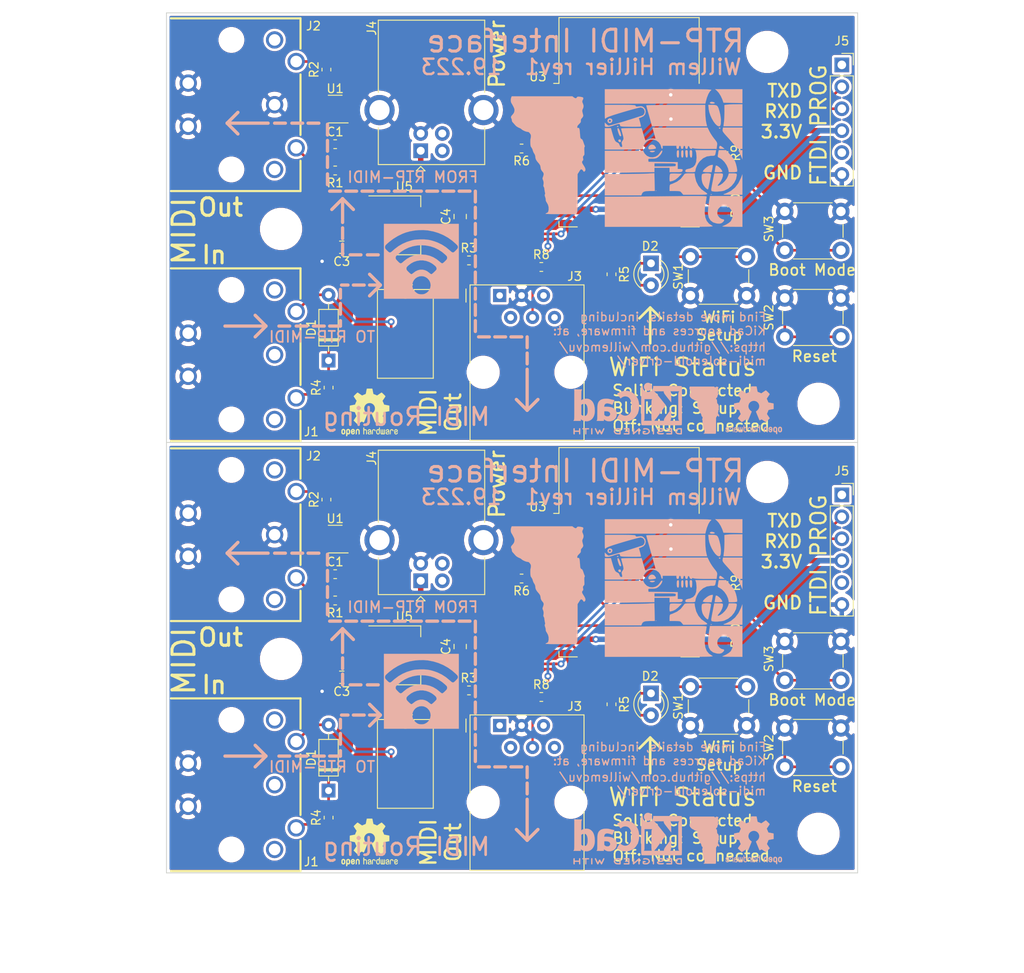
<source format=kicad_pcb>
(kicad_pcb (version 20171130) (host pcbnew "(5.1.2)-2")
  (layers (0 F.Cu signal) (31 B.Cu signal) (34 B.Paste user) (35 F.Paste user) (36 B.SilkS user) (37 F.SilkS user) (38 B.Mask user) (39 F.Mask user) (44 Edge.Cuts user))
  (net 0 "")
  (net 1 +5V)
  (net 2 GND)
  (net 3 +3V3)
  (net 4 "Net-(D1-Pad1)")
  (net 5 "Net-(D1-Pad2)")
  (net 6 /WIFI_STATUS)
  (net 7 "Net-(D2-Pad2)")
  (net 8 "Net-(J1-Pad4)")
  (net 9 "Net-(J2-Pad4)")
  (net 10 "Net-(J2-Pad5)")
  (net 11 "Net-(J3-Pad4)")
  (net 12 /RJ12_MIDI_OUT)
  (net 13 /MIDI_IN)
  (net 14 "Net-(R2-Pad1)")
  (net 15 "Net-(R6-Pad1)")
  (net 16 /RST)
  (net 17 /GPIO0)
  (net 18 "Net-(R10-Pad1)")
  (net 19 /WIFI_CONFIG)
  (net 20 /MIDI_OUT)
  (net 21 "Net-(U1-Pad3)")
  (module Package_SO:TSOP-6_1.65x3.05mm_P0.95mm (layer F.Cu) (at 64.516 120.920002 180)
    (fp_text reference U1 (at 0 2.37) (layer F.SilkS))
    (fp_text value 74HC2G04)
    (pad 6 smd rect (at 1.16 -0.95 180) (size 0.7 0.51) (layers F.Cu F.Paste F.Mask) (net 21 "Net-(U1-Pad3)"))
    (pad 5 smd rect (at 1.16 0 180) (size 0.7 0.51) (layers F.Cu F.Paste F.Mask) (net 1 +5V))
    (pad 4 smd rect (at 1.16 0.95 180) (size 0.7 0.51) (layers F.Cu F.Paste F.Mask) (net 14 "Net-(R2-Pad1)"))
    (pad 3 smd rect (at -1.16 0.95 180) (size 0.7 0.51) (layers F.Cu F.Paste F.Mask) (net 21 "Net-(U1-Pad3)"))
    (pad 2 smd rect (at -1.16 0 180) (size 0.7 0.51) (layers F.Cu F.Paste F.Mask) (net 2 GND))
    (pad 1 smd rect (at -1.16 -0.95 180) (size 0.7 0.51) (layers F.Cu F.Paste F.Mask) (net 20 /MIDI_OUT))
  )
  (module Package_TO_SOT_SMD:SOT-223-3_TabPin2 (layer F.Cu) (at 72.517 134.382002)
    (fp_text reference U5 (at 0 -4.5) (layer F.SilkS))
    (fp_text value AZ1117-3.3)
    (pad 1 smd rect (at -3.15 -2.3) (size 2 1.5) (layers F.Cu F.Paste F.Mask) (net 2 GND))
    (pad 3 smd rect (at -3.15 2.3) (size 2 1.5) (layers F.Cu F.Paste F.Mask) (net 1 +5V))
    (pad 2 smd rect (at -3.15 0) (size 2 1.5) (layers F.Cu F.Paste F.Mask) (net 3 +3V3))
    (pad 2 smd rect (at 3.15 0) (size 2 3.8) (layers F.Cu F.Paste F.Mask) (net 3 +3V3))
  )
  (module RF_Module:ESP-12E (layer F.Cu) (at 98.552 122.444002)
    (fp_text reference U3 (at -10.56 -5.26) (layer F.SilkS))
    (fp_text value ESP-12F)
    (pad 22 smd rect (at 7.6 -3.5) (size 2.5 1) (layers F.Cu F.Paste F.Mask) (net 12 /RJ12_MIDI_OUT))
    (pad 21 smd rect (at 7.6 -1.5) (size 2.5 1) (layers F.Cu F.Paste F.Mask) (net 13 /MIDI_IN))
    (pad 20 smd rect (at 7.6 0.5) (size 2.5 1) (layers F.Cu F.Paste F.Mask))
    (pad 19 smd rect (at 7.6 2.5) (size 2.5 1) (layers F.Cu F.Paste F.Mask))
    (pad 18 smd rect (at 7.6 4.5) (size 2.5 1) (layers F.Cu F.Paste F.Mask) (net 17 /GPIO0))
    (pad 17 smd rect (at 7.6 6.5) (size 2.5 1) (layers F.Cu F.Paste F.Mask) (net 20 /MIDI_OUT))
    (pad 16 smd rect (at 7.6 8.5) (size 2.5 1) (layers F.Cu F.Paste F.Mask) (net 18 "Net-(R10-Pad1)"))
    (pad 15 smd rect (at 7.6 10.5) (size 2.5 1) (layers F.Cu F.Paste F.Mask) (net 2 GND))
    (pad 14 smd rect (at 5 12) (size 1 1.8) (layers F.Cu F.Paste F.Mask))
    (pad 13 smd rect (at 3 12) (size 1 1.8) (layers F.Cu F.Paste F.Mask))
    (pad 12 smd rect (at 1 12) (size 1 1.8) (layers F.Cu F.Paste F.Mask))
    (pad 11 smd rect (at -1 12) (size 1 1.8) (layers F.Cu F.Paste F.Mask))
    (pad 10 smd rect (at -3 12) (size 1 1.8) (layers F.Cu F.Paste F.Mask))
    (pad 9 smd rect (at -5 12) (size 1 1.8) (layers F.Cu F.Paste F.Mask))
    (pad 8 smd rect (at -7.6 10.5) (size 2.5 1) (layers F.Cu F.Paste F.Mask) (net 3 +3V3))
    (pad 7 smd rect (at -7.6 8.5) (size 2.5 1) (layers F.Cu F.Paste F.Mask) (net 6 /WIFI_STATUS))
    (pad 6 smd rect (at -7.6 6.5) (size 2.5 1) (layers F.Cu F.Paste F.Mask))
    (pad 5 smd rect (at -7.6 4.5) (size 2.5 1) (layers F.Cu F.Paste F.Mask) (net 19 /WIFI_CONFIG))
    (pad 4 smd rect (at -7.6 2.5) (size 2.5 1) (layers F.Cu F.Paste F.Mask))
    (pad 3 smd rect (at -7.6 0.5) (size 2.5 1) (layers F.Cu F.Paste F.Mask) (net 15 "Net-(R6-Pad1)"))
    (pad 2 smd rect (at -7.6 -1.5) (size 2.5 1) (layers F.Cu F.Paste F.Mask))
    (pad 1 smd rect (at -7.6 -3.5) (size 2.5 1) (layers F.Cu F.Paste F.Mask) (net 16 /RST))
  )
  (module Package_DIP:SMDIP-8_W9.53mm (layer F.Cu) (at 72.644 146.955002)
    (fp_text reference U2 (at 0 -6.14) (layer F.SilkS))
    (fp_text value 6N138)
    (pad 8 smd rect (at 4.765 -3.81) (size 2 1.78) (layers F.Cu F.Paste F.Mask) (net 3 +3V3))
    (pad 4 smd rect (at -4.765 3.81) (size 2 1.78) (layers F.Cu F.Paste F.Mask))
    (pad 7 smd rect (at 4.765 -1.27) (size 2 1.78) (layers F.Cu F.Paste F.Mask))
    (pad 3 smd rect (at -4.765 1.27) (size 2 1.78) (layers F.Cu F.Paste F.Mask) (net 5 "Net-(D1-Pad2)"))
    (pad 6 smd rect (at 4.765 1.27) (size 2 1.78) (layers F.Cu F.Paste F.Mask) (net 13 /MIDI_IN))
    (pad 2 smd rect (at -4.765 -1.27) (size 2 1.78) (layers F.Cu F.Paste F.Mask) (net 4 "Net-(D1-Pad1)"))
    (pad 5 smd rect (at 4.765 3.81) (size 2 1.78) (layers F.Cu F.Paste F.Mask) (net 2 GND))
    (pad 1 smd rect (at -4.765 -3.81) (size 2 1.78) (layers F.Cu F.Paste F.Mask))
  )
  (module Button_Switch_THT:SW_PUSH_6mm_H9.5mm (layer F.Cu) (at 116.586 132.772002)
    (fp_text reference SW3 (at -1.836 2.028 90) (layer F.SilkS))
    (fp_text value BOOT_MODE)
    (pad 2 thru_hole circle (at 0 4.5 90) (size 2 2) (drill 1.1) (layers *.Cu *.Mask) (net 17 /GPIO0))
    (pad 1 thru_hole circle (at 0 0 90) (size 2 2) (drill 1.1) (layers *.Cu *.Mask) (net 2 GND))
    (pad 2 thru_hole circle (at 6.5 4.5 90) (size 2 2) (drill 1.1) (layers *.Cu *.Mask) (net 17 /GPIO0))
    (pad 1 thru_hole circle (at 6.5 0 90) (size 2 2) (drill 1.1) (layers *.Cu *.Mask) (net 2 GND))
  )
  (module Button_Switch_THT:SW_PUSH_6mm_H9.5mm (layer F.Cu) (at 116.586 142.800002)
    (fp_text reference SW2 (at -1.836 2.25 90) (layer F.SilkS))
    (fp_text value RESET)
    (pad 1 thru_hole circle (at 6.5 0 90) (size 2 2) (drill 1.1) (layers *.Cu *.Mask) (net 2 GND))
    (pad 2 thru_hole circle (at 6.5 4.5 90) (size 2 2) (drill 1.1) (layers *.Cu *.Mask) (net 16 /RST))
    (pad 1 thru_hole circle (at 0 0 90) (size 2 2) (drill 1.1) (layers *.Cu *.Mask) (net 2 GND))
    (pad 2 thru_hole circle (at 0 4.5 90) (size 2 2) (drill 1.1) (layers *.Cu *.Mask) (net 16 /RST))
  )
  (module Resistor_SMD:R_0603_1608Metric (layer F.Cu) (at 109.474 132.096002 270)
    (fp_text reference R10 (at 0 -1.43 90) (layer F.SilkS))
    (fp_text value 10k)
    (pad 2 smd roundrect (at 0.7875 0 270) (size 0.875 0.95) (layers F.Cu F.Paste F.Mask) (net 2 GND))
    (pad 1 smd roundrect (at -0.7875 0 270) (size 0.875 0.95) (layers F.Cu F.Paste F.Mask) (net 18 "Net-(R10-Pad1)"))
  )
  (module Resistor_SMD:R_0603_1608Metric (layer F.Cu) (at 109.474 126.000002 270)
    (fp_text reference R9 (at 0 -1.43 90) (layer F.SilkS))
    (fp_text value 10k)
    (pad 1 smd roundrect (at -0.7875 0 270) (size 0.875 0.95) (layers F.Cu F.Paste F.Mask) (net 3 +3V3))
    (pad 2 smd roundrect (at 0.7875 0 270) (size 0.875 0.95) (layers F.Cu F.Paste F.Mask) (net 17 /GPIO0))
  )
  (module Resistor_SMD:R_0603_1608Metric (layer F.Cu) (at 88.392 139.208002)
    (fp_text reference R8 (at 0 -1.43) (layer F.SilkS))
    (fp_text value 330)
    (pad 2 smd roundrect (at 0.7875 0) (size 0.875 0.95) (layers F.Cu F.Paste F.Mask) (net 12 /RJ12_MIDI_OUT))
    (pad 1 smd roundrect (at -0.7875 0) (size 0.875 0.95) (layers F.Cu F.Paste F.Mask) (net 11 "Net-(J3-Pad4)"))
  )
  (module Resistor_SMD:R_0603_1608Metric (layer F.Cu) (at 86.106 122.444002)
    (fp_text reference R7 (at 0 -1.43) (layer F.SilkS))
    (fp_text value 10k)
    (pad 1 smd roundrect (at -0.7875 0) (size 0.875 0.95) (layers F.Cu F.Paste F.Mask) (net 3 +3V3))
    (pad 2 smd roundrect (at 0.7875 0) (size 0.875 0.95) (layers F.Cu F.Paste F.Mask) (net 16 /RST))
  )
  (module Resistor_SMD:R_0603_1608Metric (layer F.Cu) (at 86.106 125.492002 180)
    (fp_text reference R6 (at 0 -1.43) (layer F.SilkS))
    (fp_text value 10k)
    (pad 2 smd roundrect (at 0.7875 0 180) (size 0.875 0.95) (layers F.Cu F.Paste F.Mask) (net 3 +3V3))
    (pad 1 smd roundrect (at -0.7875 0 180) (size 0.875 0.95) (layers F.Cu F.Paste F.Mask) (net 15 "Net-(R6-Pad1)"))
  )
  (module Resistor_SMD:R_0603_1608Metric (layer F.Cu) (at 96.52 140.054002 270)
    (fp_text reference R5 (at 0 -1.48 90) (layer F.SilkS))
    (fp_text value 1k)
    (pad 1 smd roundrect (at -0.7875 0 270) (size 0.875 0.95) (layers F.Cu F.Paste F.Mask) (net 3 +3V3))
    (pad 2 smd roundrect (at 0.7875 0 270) (size 0.875 0.95) (layers F.Cu F.Paste F.Mask) (net 7 "Net-(D2-Pad2)"))
  )
  (module Resistor_SMD:R_0603_1608Metric (layer F.Cu) (at 63.754 153.178002 90)
    (fp_text reference R4 (at 0 -1.43 90) (layer F.SilkS))
    (fp_text value 1k)
    (pad 2 smd roundrect (at 0.7875 0 90) (size 0.875 0.95) (layers F.Cu F.Paste F.Mask) (net 4 "Net-(D1-Pad1)"))
    (pad 1 smd roundrect (at -0.7875 0 90) (size 0.875 0.95) (layers F.Cu F.Paste F.Mask) (net 8 "Net-(J1-Pad4)"))
  )
  (module Resistor_SMD:R_0603_1608Metric (layer F.Cu) (at 80.01 138.446002)
    (fp_text reference R3 (at 0 -1.43) (layer F.SilkS))
    (fp_text value 470)
    (pad 1 smd roundrect (at -0.7875 0) (size 0.875 0.95) (layers F.Cu F.Paste F.Mask) (net 3 +3V3))
    (pad 2 smd roundrect (at 0.7875 0) (size 0.875 0.95) (layers F.Cu F.Paste F.Mask) (net 13 /MIDI_IN))
  )
  (module Resistor_SMD:R_0603_1608Metric (layer F.Cu) (at 63.5 116.348002 90)
    (fp_text reference R2 (at 0 -1.43 90) (layer F.SilkS))
    (fp_text value 220)
    (pad 2 smd roundrect (at 0.7875 0 90) (size 0.875 0.95) (layers F.Cu F.Paste F.Mask) (net 10 "Net-(J2-Pad5)"))
    (pad 1 smd roundrect (at -0.7875 0 90) (size 0.875 0.95) (layers F.Cu F.Paste F.Mask) (net 14 "Net-(R2-Pad1)"))
  )
  (module Resistor_SMD:R_0603_1608Metric (layer F.Cu) (at 64.516 128.032002 180)
    (fp_text reference R1 (at 0 -1.43) (layer F.SilkS))
    (fp_text value 220)
    (pad 1 smd roundrect (at -0.7875 0 180) (size 0.875 0.95) (layers F.Cu F.Paste F.Mask) (net 1 +5V))
    (pad 2 smd roundrect (at 0.7875 0 180) (size 0.875 0.95) (layers F.Cu F.Paste F.Mask) (net 9 "Net-(J2-Pad4)"))
  )
  (module Connector_PinSocket_2.54mm:PinSocket_1x06_P2.54mm_Vertical (layer F.Cu) (at 123.19 115.800002)
    (fp_text reference J5 (at 0 -2.77) (layer F.SilkS))
    (fp_text value FTDI)
    (pad 6 thru_hole oval (at 0 12.7) (size 1.7 1.7) (drill 1) (layers *.Cu *.Mask) (net 2 GND))
    (pad 5 thru_hole oval (at 0 10.16) (size 1.7 1.7) (drill 1) (layers *.Cu *.Mask))
    (pad 4 thru_hole oval (at 0 7.62) (size 1.7 1.7) (drill 1) (layers *.Cu *.Mask) (net 3 +3V3))
    (pad 3 thru_hole oval (at 0 5.08) (size 1.7 1.7) (drill 1) (layers *.Cu *.Mask) (net 13 /MIDI_IN))
    (pad 2 thru_hole oval (at 0 2.54) (size 1.7 1.7) (drill 1) (layers *.Cu *.Mask) (net 12 /RJ12_MIDI_OUT))
    (pad 1 thru_hole rect (at 0 0) (size 1.7 1.7) (drill 1) (layers *.Cu *.Mask))
  )
  (module Connector_USB:USB_B_OST_USB-B1HSxx_Horizontal (layer F.Cu) (at 74.422 125.746002 90)
    (fp_text reference J4 (at 14.196 -5.672 90) (layer F.SilkS))
    (fp_text value USB_B)
    (pad 5 thru_hole circle (at 4.71 7.27 90) (size 3.5 3.5) (drill 2.33) (layers *.Cu *.Mask) (net 2 GND))
    (pad 5 thru_hole circle (at 4.71 -4.77 90) (size 3.5 3.5) (drill 2.33) (layers *.Cu *.Mask) (net 2 GND))
    (pad 4 thru_hole circle (at 2 0 90) (size 1.7 1.7) (drill 0.92) (layers *.Cu *.Mask) (net 2 GND))
    (pad 3 thru_hole circle (at 2 2.5 90) (size 1.7 1.7) (drill 0.92) (layers *.Cu *.Mask))
    (pad 2 thru_hole circle (at 0 2.5 90) (size 1.7 1.7) (drill 0.92) (layers *.Cu *.Mask))
    (pad 1 thru_hole rect (at 0 0 90) (size 1.7 1.7) (drill 0.92) (layers *.Cu *.Mask) (net 1 +5V))
  )
  (module footprints:RJ12_Amphenol_54601 (layer F.Cu) (at 83.566 142.510002)
    (fp_text reference J3 (at 8.684 -2.21 180) (layer F.SilkS))
    (fp_text value 6P6C)
    (pad 1 thru_hole rect (at 0 0) (size 1.52 1.52) (drill 0.76) (layers *.Cu *.Mask))
    (pad "" np_thru_hole circle (at -1.91 8.89) (size 3.25 3.25) (drill 3.25) (layers *.Cu *.Mask))
    (pad 2 thru_hole circle (at 1.27 2.54) (size 1.52 1.52) (drill 0.76) (layers *.Cu *.Mask))
    (pad 3 thru_hole circle (at 2.54 0) (size 1.52 1.52) (drill 0.76) (layers *.Cu *.Mask) (net 2 GND))
    (pad 4 thru_hole circle (at 3.81 2.54) (size 1.52 1.52) (drill 0.76) (layers *.Cu *.Mask) (net 11 "Net-(J3-Pad4)"))
    (pad 5 thru_hole circle (at 5.08 0) (size 1.52 1.52) (drill 0.76) (layers *.Cu *.Mask))
    (pad 6 thru_hole circle (at 6.35 2.54) (size 1.52 1.52) (drill 0.76) (layers *.Cu *.Mask))
    (pad "" np_thru_hole circle (at 8.25 8.89) (size 3.25 3.25) (drill 3.25) (layers *.Cu *.Mask))
  )
  (module footprints:57PC5F_5_DIN_MIDI_GENERIC (layer F.Cu) (at 57.5 120.412002)
    (fp_text reference J2 (at 4.5 -9.112) (layer F.SilkS))
    (fp_text value MIDI_TX)
    (pad 2 thru_hole circle (at 0 0) (size 2 2) (drill 1.35) (layers *.Cu *.Mask) (net 2 GND))
    (pad 3 thru_hole circle (at 0 -7.5) (size 2 2) (drill 1.35) (layers *.Cu *.Mask))
    (pad 1 thru_hole circle (at 0 7.5) (size 2 2) (drill 1.35) (layers *.Cu *.Mask))
    (pad 5 thru_hole circle (at 2.5 -5) (size 2 2) (drill 1.35) (layers *.Cu *.Mask) (net 10 "Net-(J2-Pad5)"))
    (pad 4 thru_hole circle (at 2.5 5) (size 2 2) (drill 1.35) (layers *.Cu *.Mask) (net 9 "Net-(J2-Pad4)"))
    (pad GND thru_hole circle (at -10 -2.5) (size 2 2) (drill 1.35) (layers *.Cu *.Mask) (net 2 GND))
    (pad GND thru_hole circle (at -10 2.5) (size 2 2) (drill 1.35) (layers *.Cu *.Mask) (net 2 GND))
    (pad "" np_thru_hole circle (at -5 -7.5 90) (size 2.4 2.4) (drill 2.4) (layers *.Cu *.Mask))
    (pad "" np_thru_hole circle (at -5 7.5) (size 2.4 2.4) (drill 2.4) (layers *.Cu *.Mask))
  )
  (module footprints:57PC5F_5_DIN_MIDI_GENERIC (layer F.Cu) (at 57.5 149.368002)
    (fp_text reference J1 (at 4.25 8.932) (layer F.SilkS))
    (fp_text value MIDI_RX)
    (pad "" np_thru_hole circle (at -5 7.5) (size 2.4 2.4) (drill 2.4) (layers *.Cu *.Mask))
    (pad "" np_thru_hole circle (at -5 -7.5 90) (size 2.4 2.4) (drill 2.4) (layers *.Cu *.Mask))
    (pad GND thru_hole circle (at -10 2.5) (size 2 2) (drill 1.35) (layers *.Cu *.Mask) (net 2 GND))
    (pad GND thru_hole circle (at -10 -2.5) (size 2 2) (drill 1.35) (layers *.Cu *.Mask) (net 2 GND))
    (pad 4 thru_hole circle (at 2.5 5) (size 2 2) (drill 1.35) (layers *.Cu *.Mask) (net 8 "Net-(J1-Pad4)"))
    (pad 5 thru_hole circle (at 2.5 -5) (size 2 2) (drill 1.35) (layers *.Cu *.Mask) (net 5 "Net-(D1-Pad2)"))
    (pad 1 thru_hole circle (at 0 7.5) (size 2 2) (drill 1.35) (layers *.Cu *.Mask))
    (pad 3 thru_hole circle (at 0 -7.5) (size 2 2) (drill 1.35) (layers *.Cu *.Mask))
    (pad 2 thru_hole circle (at 0 0) (size 2 2) (drill 1.35) (layers *.Cu *.Mask))
  )
  (module LED_THT:LED_D3.0mm (layer F.Cu) (at 101.092 138.784002 270)
    (fp_text reference D2 (at -1.984 0.092) (layer F.SilkS))
    (fp_text value LED)
    (pad 2 thru_hole circle (at 2.54 0 270) (size 1.8 1.8) (drill 0.9) (layers *.Cu *.Mask) (net 7 "Net-(D2-Pad2)"))
    (pad 1 thru_hole rect (at 0 0 270) (size 1.8 1.8) (drill 0.9) (layers *.Cu *.Mask) (net 6 /WIFI_STATUS))
  )
  (module Diode_THT:D_DO-35_SOD27_P7.62mm_Horizontal (layer F.Cu) (at 63.75 150.050002 90)
    (fp_text reference D1 (at 3.81 -2 90) (layer F.SilkS))
    (fp_text value 1N914)
    (pad 2 thru_hole oval (at 7.62 0 90) (size 1.6 1.6) (drill 0.8) (layers *.Cu *.Mask) (net 5 "Net-(D1-Pad2)"))
    (pad 1 thru_hole rect (at 0 0 90) (size 1.6 1.6) (drill 0.8) (layers *.Cu *.Mask) (net 4 "Net-(D1-Pad1)"))
  )
  (module Capacitor_SMD:C_0805_2012Metric (layer F.Cu) (at 78.994 133.366002 90)
    (fp_text reference C4 (at 0 -1.65 90) (layer F.SilkS))
    (fp_text value 10u)
    (pad 2 smd roundrect (at 0.9375 0 90) (size 0.975 1.4) (layers F.Cu F.Paste F.Mask) (net 2 GND))
    (pad 1 smd roundrect (at -0.9375 0 90) (size 0.975 1.4) (layers F.Cu F.Paste F.Mask) (net 3 +3V3))
  )
  (module Capacitor_SMD:C_0805_2012Metric (layer F.Cu) (at 65.278 136.922002 180)
    (fp_text reference C3 (at 0 -1.65) (layer F.SilkS))
    (fp_text value 10u)
    (pad 1 smd roundrect (at -0.9375 0 180) (size 0.975 1.4) (layers F.Cu F.Paste F.Mask) (net 1 +5V))
    (pad 2 smd roundrect (at 0.9375 0 180) (size 0.975 1.4) (layers F.Cu F.Paste F.Mask) (net 2 GND))
  )
  (module Capacitor_SMD:C_0603_1608Metric (layer F.Cu) (at 64.516 124.984002)
    (fp_text reference C1 (at 0 -1.43) (layer F.SilkS))
    (fp_text value 0.1u)
    (pad 2 smd roundrect (at 0.7875 0) (size 0.875 0.95) (layers F.Cu F.Paste F.Mask) (net 2 GND))
    (pad 1 smd roundrect (at -0.7875 0) (size 0.875 0.95) (layers F.Cu F.Paste F.Mask) (net 1 +5V))
  )
  (module MountingHole:MountingHole_4.3mm_M4 (layer F.Cu) (at 58.25 134.800002)
    (fp_text reference REF** hide)
    (fp_text value MountingHole_4.3mm_M4)
    (pad 1 np_thru_hole circle (at 0 0) (size 4.3 4.3) (drill 4.3) (layers *.Cu *.Mask))
  )
  (module MountingHole:MountingHole_4.3mm_M4 (layer F.Cu) (at 114.554 114.300002)
    (fp_text reference REF** hide)
    (fp_text value MountingHole_4.3mm_M4)
    (pad 1 np_thru_hole circle (at 0 0) (size 4.3 4.3) (drill 4.3) (layers *.Cu *.Mask))
  )
  (module MountingHole:MountingHole_4.3mm_M4 (layer F.Cu) (at 120.5 155.050002)
    (fp_text reference REF** hide)
    (fp_text value MountingHole_4.3mm_M4)
    (pad 1 np_thru_hole circle (at 0 0) (size 4.3 4.3) (drill 4.3) (layers *.Cu *.Mask))
  )
  (module Button_Switch_THT:SW_PUSH_6mm_H9.5mm (layer F.Cu) (at 105.664 138.022002)
    (fp_text reference SW1 (at -1.414 2.278 90) (layer F.SilkS))
    (fp_text value WIFI_CONFIG)
    (pad 1 thru_hole circle (at 6.5 0 90) (size 2 2) (drill 1.1) (layers *.Cu *.Mask) (net 19 /WIFI_CONFIG))
    (pad 2 thru_hole circle (at 6.5 4.5 90) (size 2 2) (drill 1.1) (layers *.Cu *.Mask) (net 2 GND))
    (pad 1 thru_hole circle (at 0 0 90) (size 2 2) (drill 1.1) (layers *.Cu *.Mask) (net 19 /WIFI_CONFIG))
    (pad 2 thru_hole circle (at 0 4.5 90) (size 2 2) (drill 1.1) (layers *.Cu *.Mask) (net 2 GND))
  )
  (module footprints:willemhillier.wordpress-logo (layer B.Cu) (at 103.75 126.550002 180)
    (fp_text reference G*** hide)
    (fp_text value LOGO hide)
  )
  (module footprints:wifi-symbol (layer B.Cu) (at 74.5 138.550002 180)
    (fp_text reference G*** hide)
    (fp_text value LOGO hide)
  )
  (module Symbol:OSHW-Logo2_7.3x6mm_SilkScreen (layer F.Cu) (at 68.5 156.050002)
    (fp_text reference REF** hide)
    (fp_text value OSHW-Logo2_7.3x6mm_SilkScreen hide)
  )
  (module Symbol:OSHW-Logo2_7.3x6mm_SilkScreen (layer B.Cu) (at 113 155.800002 180)
    (fp_text reference REF** hide)
    (fp_text value OSHW-Logo2_7.3x6mm_SilkScreen hide)
  )
  (module footprints:vtLogo15mm (layer B.Cu) (at 89 126.300002 180)
    (fp_text reference G*** hide)
    (fp_text value LOGO hide)
  )
  (module footprints:vtLogo5.7mm (layer B.Cu) (at 107.2 155.800002 180)
    (fp_text reference G*** hide)
    (fp_text value LOGO hide)
  )
  (module Symbol:KiCad-Logo2_5mm_SilkScreen (layer B.Cu) (at 98.4 155.600002 180)
    (fp_text reference REF** hide)
    (fp_text value KiCad-Logo2_5mm_SilkScreen hide)
  )
  (module Symbol:KiCad-Logo2_5mm_SilkScreen (layer B.Cu) (at 98.4 105.8 180)
    (fp_text reference REF** hide)
    (fp_text value KiCad-Logo2_5mm_SilkScreen hide)
  )
  (module footprints:vtLogo5.7mm (layer B.Cu) (at 107.2 106 180)
    (fp_text reference G*** hide)
    (fp_text value LOGO hide)
  )
  (module footprints:vtLogo15mm (layer B.Cu) (at 89 76.5 180)
    (fp_text reference G*** hide)
    (fp_text value LOGO hide)
  )
  (module Symbol:OSHW-Logo2_7.3x6mm_SilkScreen (layer B.Cu) (at 113 106 180)
    (fp_text reference REF** hide)
    (fp_text value OSHW-Logo2_7.3x6mm_SilkScreen hide)
  )
  (module Symbol:OSHW-Logo2_7.3x6mm_SilkScreen (layer F.Cu) (at 68.5 106.25)
    (fp_text reference REF** hide)
    (fp_text value OSHW-Logo2_7.3x6mm_SilkScreen hide)
  )
  (module footprints:wifi-symbol (layer B.Cu) (at 74.5 88.75 180)
    (fp_text reference G*** hide)
    (fp_text value LOGO hide)
  )
  (module footprints:willemhillier.wordpress-logo (layer B.Cu) (at 103.75 76.75 180)
    (fp_text reference G*** hide)
    (fp_text value LOGO hide)
  )
  (module Button_Switch_THT:SW_PUSH_6mm_H9.5mm (layer F.Cu) (at 105.664 88.222)
    (fp_text reference SW1 (at -1.414 2.278 90) (layer F.SilkS))
    (fp_text value WIFI_CONFIG)
    (pad 2 thru_hole circle (at 0 4.5 90) (size 2 2) (drill 1.1) (layers *.Cu *.Mask) (net 2 GND))
    (pad 1 thru_hole circle (at 0 0 90) (size 2 2) (drill 1.1) (layers *.Cu *.Mask) (net 19 /WIFI_CONFIG))
    (pad 2 thru_hole circle (at 6.5 4.5 90) (size 2 2) (drill 1.1) (layers *.Cu *.Mask) (net 2 GND))
    (pad 1 thru_hole circle (at 6.5 0 90) (size 2 2) (drill 1.1) (layers *.Cu *.Mask) (net 19 /WIFI_CONFIG))
  )
  (module MountingHole:MountingHole_4.3mm_M4 (layer F.Cu) (at 120.5 105.25)
    (fp_text reference REF** hide)
    (fp_text value MountingHole_4.3mm_M4)
    (pad 1 np_thru_hole circle (at 0 0) (size 4.3 4.3) (drill 4.3) (layers *.Cu *.Mask))
  )
  (module MountingHole:MountingHole_4.3mm_M4 (layer F.Cu) (at 114.554 64.5)
    (fp_text reference REF** hide)
    (fp_text value MountingHole_4.3mm_M4)
    (pad 1 np_thru_hole circle (at 0 0) (size 4.3 4.3) (drill 4.3) (layers *.Cu *.Mask))
  )
  (module MountingHole:MountingHole_4.3mm_M4 (layer F.Cu) (at 58.25 85)
    (fp_text reference REF** hide)
    (fp_text value MountingHole_4.3mm_M4)
    (pad 1 np_thru_hole circle (at 0 0) (size 4.3 4.3) (drill 4.3) (layers *.Cu *.Mask))
  )
  (module Capacitor_SMD:C_0603_1608Metric (layer F.Cu) (at 64.516 75.184)
    (fp_text reference C1 (at 0 -1.43) (layer F.SilkS))
    (fp_text value 0.1u)
    (pad 1 smd roundrect (at -0.7875 0) (size 0.875 0.95) (layers F.Cu F.Paste F.Mask) (net 1 +5V))
    (pad 2 smd roundrect (at 0.7875 0) (size 0.875 0.95) (layers F.Cu F.Paste F.Mask) (net 2 GND))
  )
  (module Capacitor_SMD:C_0805_2012Metric (layer F.Cu) (at 65.278 87.122 180)
    (fp_text reference C3 (at 0 -1.65) (layer F.SilkS))
    (fp_text value 10u)
    (pad 2 smd roundrect (at 0.9375 0 180) (size 0.975 1.4) (layers F.Cu F.Paste F.Mask) (net 2 GND))
    (pad 1 smd roundrect (at -0.9375 0 180) (size 0.975 1.4) (layers F.Cu F.Paste F.Mask) (net 1 +5V))
  )
  (module Capacitor_SMD:C_0805_2012Metric (layer F.Cu) (at 78.994 83.566 90)
    (fp_text reference C4 (at 0 -1.65 90) (layer F.SilkS))
    (fp_text value 10u)
    (pad 1 smd roundrect (at -0.9375 0 90) (size 0.975 1.4) (layers F.Cu F.Paste F.Mask) (net 3 +3V3))
    (pad 2 smd roundrect (at 0.9375 0 90) (size 0.975 1.4) (layers F.Cu F.Paste F.Mask) (net 2 GND))
  )
  (module Diode_THT:D_DO-35_SOD27_P7.62mm_Horizontal (layer F.Cu) (at 63.75 100.25 90)
    (fp_text reference D1 (at 3.81 -2 90) (layer F.SilkS))
    (fp_text value 1N914)
    (pad 1 thru_hole rect (at 0 0 90) (size 1.6 1.6) (drill 0.8) (layers *.Cu *.Mask) (net 4 "Net-(D1-Pad1)"))
    (pad 2 thru_hole oval (at 7.62 0 90) (size 1.6 1.6) (drill 0.8) (layers *.Cu *.Mask) (net 5 "Net-(D1-Pad2)"))
  )
  (module LED_THT:LED_D3.0mm (layer F.Cu) (at 101.092 88.984 270)
    (fp_text reference D2 (at -1.984 0.092) (layer F.SilkS))
    (fp_text value LED)
    (pad 1 thru_hole rect (at 0 0 270) (size 1.8 1.8) (drill 0.9) (layers *.Cu *.Mask) (net 6 /WIFI_STATUS))
    (pad 2 thru_hole circle (at 2.54 0 270) (size 1.8 1.8) (drill 0.9) (layers *.Cu *.Mask) (net 7 "Net-(D2-Pad2)"))
  )
  (module footprints:57PC5F_5_DIN_MIDI_GENERIC (layer F.Cu) (at 57.5 99.568)
    (fp_text reference J1 (at 4.25 8.932) (layer F.SilkS))
    (fp_text value MIDI_RX)
    (pad 2 thru_hole circle (at 0 0) (size 2 2) (drill 1.35) (layers *.Cu *.Mask))
    (pad 3 thru_hole circle (at 0 -7.5) (size 2 2) (drill 1.35) (layers *.Cu *.Mask))
    (pad 1 thru_hole circle (at 0 7.5) (size 2 2) (drill 1.35) (layers *.Cu *.Mask))
    (pad 5 thru_hole circle (at 2.5 -5) (size 2 2) (drill 1.35) (layers *.Cu *.Mask) (net 5 "Net-(D1-Pad2)"))
    (pad 4 thru_hole circle (at 2.5 5) (size 2 2) (drill 1.35) (layers *.Cu *.Mask) (net 8 "Net-(J1-Pad4)"))
    (pad GND thru_hole circle (at -10 -2.5) (size 2 2) (drill 1.35) (layers *.Cu *.Mask) (net 2 GND))
    (pad GND thru_hole circle (at -10 2.5) (size 2 2) (drill 1.35) (layers *.Cu *.Mask) (net 2 GND))
    (pad "" np_thru_hole circle (at -5 -7.5 90) (size 2.4 2.4) (drill 2.4) (layers *.Cu *.Mask))
    (pad "" np_thru_hole circle (at -5 7.5) (size 2.4 2.4) (drill 2.4) (layers *.Cu *.Mask))
  )
  (module footprints:57PC5F_5_DIN_MIDI_GENERIC (layer F.Cu) (at 57.5 70.612)
    (fp_text reference J2 (at 4.5 -9.112) (layer F.SilkS))
    (fp_text value MIDI_TX)
    (pad "" np_thru_hole circle (at -5 7.5) (size 2.4 2.4) (drill 2.4) (layers *.Cu *.Mask))
    (pad "" np_thru_hole circle (at -5 -7.5 90) (size 2.4 2.4) (drill 2.4) (layers *.Cu *.Mask))
    (pad GND thru_hole circle (at -10 2.5) (size 2 2) (drill 1.35) (layers *.Cu *.Mask) (net 2 GND))
    (pad GND thru_hole circle (at -10 -2.5) (size 2 2) (drill 1.35) (layers *.Cu *.Mask) (net 2 GND))
    (pad 4 thru_hole circle (at 2.5 5) (size 2 2) (drill 1.35) (layers *.Cu *.Mask) (net 9 "Net-(J2-Pad4)"))
    (pad 5 thru_hole circle (at 2.5 -5) (size 2 2) (drill 1.35) (layers *.Cu *.Mask) (net 10 "Net-(J2-Pad5)"))
    (pad 1 thru_hole circle (at 0 7.5) (size 2 2) (drill 1.35) (layers *.Cu *.Mask))
    (pad 3 thru_hole circle (at 0 -7.5) (size 2 2) (drill 1.35) (layers *.Cu *.Mask))
    (pad 2 thru_hole circle (at 0 0) (size 2 2) (drill 1.35) (layers *.Cu *.Mask) (net 2 GND))
  )
  (module footprints:RJ12_Amphenol_54601 (layer F.Cu) (at 83.566 92.71)
    (fp_text reference J3 (at 8.684 -2.21 180) (layer F.SilkS))
    (fp_text value 6P6C)
    (pad "" np_thru_hole circle (at 8.25 8.89) (size 3.25 3.25) (drill 3.25) (layers *.Cu *.Mask))
    (pad 6 thru_hole circle (at 6.35 2.54) (size 1.52 1.52) (drill 0.76) (layers *.Cu *.Mask))
    (pad 5 thru_hole circle (at 5.08 0) (size 1.52 1.52) (drill 0.76) (layers *.Cu *.Mask))
    (pad 4 thru_hole circle (at 3.81 2.54) (size 1.52 1.52) (drill 0.76) (layers *.Cu *.Mask) (net 11 "Net-(J3-Pad4)"))
    (pad 3 thru_hole circle (at 2.54 0) (size 1.52 1.52) (drill 0.76) (layers *.Cu *.Mask) (net 2 GND))
    (pad 2 thru_hole circle (at 1.27 2.54) (size 1.52 1.52) (drill 0.76) (layers *.Cu *.Mask))
    (pad "" np_thru_hole circle (at -1.91 8.89) (size 3.25 3.25) (drill 3.25) (layers *.Cu *.Mask))
    (pad 1 thru_hole rect (at 0 0) (size 1.52 1.52) (drill 0.76) (layers *.Cu *.Mask))
  )
  (module Connector_USB:USB_B_OST_USB-B1HSxx_Horizontal (layer F.Cu) (at 74.422 75.946 90)
    (fp_text reference J4 (at 14.196 -5.672 90) (layer F.SilkS))
    (fp_text value USB_B)
    (pad 1 thru_hole rect (at 0 0 90) (size 1.7 1.7) (drill 0.92) (layers *.Cu *.Mask) (net 1 +5V))
    (pad 2 thru_hole circle (at 0 2.5 90) (size 1.7 1.7) (drill 0.92) (layers *.Cu *.Mask))
    (pad 3 thru_hole circle (at 2 2.5 90) (size 1.7 1.7) (drill 0.92) (layers *.Cu *.Mask))
    (pad 4 thru_hole circle (at 2 0 90) (size 1.7 1.7) (drill 0.92) (layers *.Cu *.Mask) (net 2 GND))
    (pad 5 thru_hole circle (at 4.71 -4.77 90) (size 3.5 3.5) (drill 2.33) (layers *.Cu *.Mask) (net 2 GND))
    (pad 5 thru_hole circle (at 4.71 7.27 90) (size 3.5 3.5) (drill 2.33) (layers *.Cu *.Mask) (net 2 GND))
  )
  (module Connector_PinSocket_2.54mm:PinSocket_1x06_P2.54mm_Vertical (layer F.Cu) (at 123.19 66)
    (fp_text reference J5 (at 0 -2.77) (layer F.SilkS))
    (fp_text value FTDI)
    (pad 1 thru_hole rect (at 0 0) (size 1.7 1.7) (drill 1) (layers *.Cu *.Mask))
    (pad 2 thru_hole oval (at 0 2.54) (size 1.7 1.7) (drill 1) (layers *.Cu *.Mask) (net 12 /RJ12_MIDI_OUT))
    (pad 3 thru_hole oval (at 0 5.08) (size 1.7 1.7) (drill 1) (layers *.Cu *.Mask) (net 13 /MIDI_IN))
    (pad 4 thru_hole oval (at 0 7.62) (size 1.7 1.7) (drill 1) (layers *.Cu *.Mask) (net 3 +3V3))
    (pad 5 thru_hole oval (at 0 10.16) (size 1.7 1.7) (drill 1) (layers *.Cu *.Mask))
    (pad 6 thru_hole oval (at 0 12.7) (size 1.7 1.7) (drill 1) (layers *.Cu *.Mask) (net 2 GND))
  )
  (module Resistor_SMD:R_0603_1608Metric (layer F.Cu) (at 64.516 78.232 180)
    (fp_text reference R1 (at 0 -1.43) (layer F.SilkS))
    (fp_text value 220)
    (pad 2 smd roundrect (at 0.7875 0 180) (size 0.875 0.95) (layers F.Cu F.Paste F.Mask) (net 9 "Net-(J2-Pad4)"))
    (pad 1 smd roundrect (at -0.7875 0 180) (size 0.875 0.95) (layers F.Cu F.Paste F.Mask) (net 1 +5V))
  )
  (module Resistor_SMD:R_0603_1608Metric (layer F.Cu) (at 63.5 66.548 90)
    (fp_text reference R2 (at 0 -1.43 90) (layer F.SilkS))
    (fp_text value 220)
    (pad 1 smd roundrect (at -0.7875 0 90) (size 0.875 0.95) (layers F.Cu F.Paste F.Mask) (net 14 "Net-(R2-Pad1)"))
    (pad 2 smd roundrect (at 0.7875 0 90) (size 0.875 0.95) (layers F.Cu F.Paste F.Mask) (net 10 "Net-(J2-Pad5)"))
  )
  (module Resistor_SMD:R_0603_1608Metric (layer F.Cu) (at 80.01 88.646)
    (fp_text reference R3 (at 0 -1.43) (layer F.SilkS))
    (fp_text value 470)
    (pad 2 smd roundrect (at 0.7875 0) (size 0.875 0.95) (layers F.Cu F.Paste F.Mask) (net 13 /MIDI_IN))
    (pad 1 smd roundrect (at -0.7875 0) (size 0.875 0.95) (layers F.Cu F.Paste F.Mask) (net 3 +3V3))
  )
  (module Resistor_SMD:R_0603_1608Metric (layer F.Cu) (at 63.754 103.378 90)
    (fp_text reference R4 (at 0 -1.43 90) (layer F.SilkS))
    (fp_text value 1k)
    (pad 1 smd roundrect (at -0.7875 0 90) (size 0.875 0.95) (layers F.Cu F.Paste F.Mask) (net 8 "Net-(J1-Pad4)"))
    (pad 2 smd roundrect (at 0.7875 0 90) (size 0.875 0.95) (layers F.Cu F.Paste F.Mask) (net 4 "Net-(D1-Pad1)"))
  )
  (module Resistor_SMD:R_0603_1608Metric (layer F.Cu) (at 96.52 90.254 270)
    (fp_text reference R5 (at 0 -1.48 90) (layer F.SilkS))
    (fp_text value 1k)
    (pad 2 smd roundrect (at 0.7875 0 270) (size 0.875 0.95) (layers F.Cu F.Paste F.Mask) (net 7 "Net-(D2-Pad2)"))
    (pad 1 smd roundrect (at -0.7875 0 270) (size 0.875 0.95) (layers F.Cu F.Paste F.Mask) (net 3 +3V3))
  )
  (module Resistor_SMD:R_0603_1608Metric (layer F.Cu) (at 86.106 75.692 180)
    (fp_text reference R6 (at 0 -1.43) (layer F.SilkS))
    (fp_text value 10k)
    (pad 1 smd roundrect (at -0.7875 0 180) (size 0.875 0.95) (layers F.Cu F.Paste F.Mask) (net 15 "Net-(R6-Pad1)"))
    (pad 2 smd roundrect (at 0.7875 0 180) (size 0.875 0.95) (layers F.Cu F.Paste F.Mask) (net 3 +3V3))
  )
  (module Resistor_SMD:R_0603_1608Metric (layer F.Cu) (at 86.106 72.644)
    (fp_text reference R7 (at 0 -1.43) (layer F.SilkS))
    (fp_text value 10k)
    (pad 2 smd roundrect (at 0.7875 0) (size 0.875 0.95) (layers F.Cu F.Paste F.Mask) (net 16 /RST))
    (pad 1 smd roundrect (at -0.7875 0) (size 0.875 0.95) (layers F.Cu F.Paste F.Mask) (net 3 +3V3))
  )
  (module Resistor_SMD:R_0603_1608Metric (layer F.Cu) (at 88.392 89.408)
    (fp_text reference R8 (at 0 -1.43) (layer F.SilkS))
    (fp_text value 330)
    (pad 1 smd roundrect (at -0.7875 0) (size 0.875 0.95) (layers F.Cu F.Paste F.Mask) (net 11 "Net-(J3-Pad4)"))
    (pad 2 smd roundrect (at 0.7875 0) (size 0.875 0.95) (layers F.Cu F.Paste F.Mask) (net 12 /RJ12_MIDI_OUT))
  )
  (module Resistor_SMD:R_0603_1608Metric (layer F.Cu) (at 109.474 76.2 270)
    (fp_text reference R9 (at 0 -1.43 90) (layer F.SilkS))
    (fp_text value 10k)
    (pad 2 smd roundrect (at 0.7875 0 270) (size 0.875 0.95) (layers F.Cu F.Paste F.Mask) (net 17 /GPIO0))
    (pad 1 smd roundrect (at -0.7875 0 270) (size 0.875 0.95) (layers F.Cu F.Paste F.Mask) (net 3 +3V3))
  )
  (module Resistor_SMD:R_0603_1608Metric (layer F.Cu) (at 109.474 82.296 270)
    (fp_text reference R10 (at 0 -1.43 90) (layer F.SilkS))
    (fp_text value 10k)
    (pad 1 smd roundrect (at -0.7875 0 270) (size 0.875 0.95) (layers F.Cu F.Paste F.Mask) (net 18 "Net-(R10-Pad1)"))
    (pad 2 smd roundrect (at 0.7875 0 270) (size 0.875 0.95) (layers F.Cu F.Paste F.Mask) (net 2 GND))
  )
  (module Button_Switch_THT:SW_PUSH_6mm_H9.5mm (layer F.Cu) (at 116.586 93)
    (fp_text reference SW2 (at -1.836 2.25 90) (layer F.SilkS))
    (fp_text value RESET)
    (pad 2 thru_hole circle (at 0 4.5 90) (size 2 2) (drill 1.1) (layers *.Cu *.Mask) (net 16 /RST))
    (pad 1 thru_hole circle (at 0 0 90) (size 2 2) (drill 1.1) (layers *.Cu *.Mask) (net 2 GND))
    (pad 2 thru_hole circle (at 6.5 4.5 90) (size 2 2) (drill 1.1) (layers *.Cu *.Mask) (net 16 /RST))
    (pad 1 thru_hole circle (at 6.5 0 90) (size 2 2) (drill 1.1) (layers *.Cu *.Mask) (net 2 GND))
  )
  (module Button_Switch_THT:SW_PUSH_6mm_H9.5mm (layer F.Cu) (at 116.586 82.972)
    (fp_text reference SW3 (at -1.836 2.028 90) (layer F.SilkS))
    (fp_text value BOOT_MODE)
    (pad 1 thru_hole circle (at 6.5 0 90) (size 2 2) (drill 1.1) (layers *.Cu *.Mask) (net 2 GND))
    (pad 2 thru_hole circle (at 6.5 4.5 90) (size 2 2) (drill 1.1) (layers *.Cu *.Mask) (net 17 /GPIO0))
    (pad 1 thru_hole circle (at 0 0 90) (size 2 2) (drill 1.1) (layers *.Cu *.Mask) (net 2 GND))
    (pad 2 thru_hole circle (at 0 4.5 90) (size 2 2) (drill 1.1) (layers *.Cu *.Mask) (net 17 /GPIO0))
  )
  (module Package_DIP:SMDIP-8_W9.53mm (layer F.Cu) (at 72.644 97.155)
    (fp_text reference U2 (at 0 -6.14) (layer F.SilkS))
    (fp_text value 6N138)
    (pad 1 smd rect (at -4.765 -3.81) (size 2 1.78) (layers F.Cu F.Paste F.Mask))
    (pad 5 smd rect (at 4.765 3.81) (size 2 1.78) (layers F.Cu F.Paste F.Mask) (net 2 GND))
    (pad 2 smd rect (at -4.765 -1.27) (size 2 1.78) (layers F.Cu F.Paste F.Mask) (net 4 "Net-(D1-Pad1)"))
    (pad 6 smd rect (at 4.765 1.27) (size 2 1.78) (layers F.Cu F.Paste F.Mask) (net 13 /MIDI_IN))
    (pad 3 smd rect (at -4.765 1.27) (size 2 1.78) (layers F.Cu F.Paste F.Mask) (net 5 "Net-(D1-Pad2)"))
    (pad 7 smd rect (at 4.765 -1.27) (size 2 1.78) (layers F.Cu F.Paste F.Mask))
    (pad 4 smd rect (at -4.765 3.81) (size 2 1.78) (layers F.Cu F.Paste F.Mask))
    (pad 8 smd rect (at 4.765 -3.81) (size 2 1.78) (layers F.Cu F.Paste F.Mask) (net 3 +3V3))
  )
  (module RF_Module:ESP-12E (layer F.Cu) (at 98.552 72.644)
    (fp_text reference U3 (at -10.56 -5.26) (layer F.SilkS))
    (fp_text value ESP-12F)
    (pad 1 smd rect (at -7.6 -3.5) (size 2.5 1) (layers F.Cu F.Paste F.Mask) (net 16 /RST))
    (pad 2 smd rect (at -7.6 -1.5) (size 2.5 1) (layers F.Cu F.Paste F.Mask))
    (pad 3 smd rect (at -7.6 0.5) (size 2.5 1) (layers F.Cu F.Paste F.Mask) (net 15 "Net-(R6-Pad1)"))
    (pad 4 smd rect (at -7.6 2.5) (size 2.5 1) (layers F.Cu F.Paste F.Mask))
    (pad 5 smd rect (at -7.6 4.5) (size 2.5 1) (layers F.Cu F.Paste F.Mask) (net 19 /WIFI_CONFIG))
    (pad 6 smd rect (at -7.6 6.5) (size 2.5 1) (layers F.Cu F.Paste F.Mask))
    (pad 7 smd rect (at -7.6 8.5) (size 2.5 1) (layers F.Cu F.Paste F.Mask) (net 6 /WIFI_STATUS))
    (pad 8 smd rect (at -7.6 10.5) (size 2.5 1) (layers F.Cu F.Paste F.Mask) (net 3 +3V3))
    (pad 9 smd rect (at -5 12) (size 1 1.8) (layers F.Cu F.Paste F.Mask))
    (pad 10 smd rect (at -3 12) (size 1 1.8) (layers F.Cu F.Paste F.Mask))
    (pad 11 smd rect (at -1 12) (size 1 1.8) (layers F.Cu F.Paste F.Mask))
    (pad 12 smd rect (at 1 12) (size 1 1.8) (layers F.Cu F.Paste F.Mask))
    (pad 13 smd rect (at 3 12) (size 1 1.8) (layers F.Cu F.Paste F.Mask))
    (pad 14 smd rect (at 5 12) (size 1 1.8) (layers F.Cu F.Paste F.Mask))
    (pad 15 smd rect (at 7.6 10.5) (size 2.5 1) (layers F.Cu F.Paste F.Mask) (net 2 GND))
    (pad 16 smd rect (at 7.6 8.5) (size 2.5 1) (layers F.Cu F.Paste F.Mask) (net 18 "Net-(R10-Pad1)"))
    (pad 17 smd rect (at 7.6 6.5) (size 2.5 1) (layers F.Cu F.Paste F.Mask) (net 20 /MIDI_OUT))
    (pad 18 smd rect (at 7.6 4.5) (size 2.5 1) (layers F.Cu F.Paste F.Mask) (net 17 /GPIO0))
    (pad 19 smd rect (at 7.6 2.5) (size 2.5 1) (layers F.Cu F.Paste F.Mask))
    (pad 20 smd rect (at 7.6 0.5) (size 2.5 1) (layers F.Cu F.Paste F.Mask))
    (pad 21 smd rect (at 7.6 -1.5) (size 2.5 1) (layers F.Cu F.Paste F.Mask) (net 13 /MIDI_IN))
    (pad 22 smd rect (at 7.6 -3.5) (size 2.5 1) (layers F.Cu F.Paste F.Mask) (net 12 /RJ12_MIDI_OUT))
  )
  (module Package_TO_SOT_SMD:SOT-223-3_TabPin2 (layer F.Cu) (at 72.517 84.582)
    (fp_text reference U5 (at 0 -4.5) (layer F.SilkS))
    (fp_text value AZ1117-3.3)
    (pad 2 smd rect (at 3.15 0) (size 2 3.8) (layers F.Cu F.Paste F.Mask) (net 3 +3V3))
    (pad 2 smd rect (at -3.15 0) (size 2 1.5) (layers F.Cu F.Paste F.Mask) (net 3 +3V3))
    (pad 3 smd rect (at -3.15 2.3) (size 2 1.5) (layers F.Cu F.Paste F.Mask) (net 1 +5V))
    (pad 1 smd rect (at -3.15 -2.3) (size 2 1.5) (layers F.Cu F.Paste F.Mask) (net 2 GND))
  )
  (module Package_SO:TSOP-6_1.65x3.05mm_P0.95mm (layer F.Cu) (at 64.516 71.12 180)
    (fp_text reference U1 (at 0 2.37) (layer F.SilkS))
    (fp_text value 74HC2G04)
    (pad 1 smd rect (at -1.16 -0.95 180) (size 0.7 0.51) (layers F.Cu F.Paste F.Mask) (net 20 /MIDI_OUT))
    (pad 2 smd rect (at -1.16 0 180) (size 0.7 0.51) (layers F.Cu F.Paste F.Mask) (net 2 GND))
    (pad 3 smd rect (at -1.16 0.95 180) (size 0.7 0.51) (layers F.Cu F.Paste F.Mask) (net 21 "Net-(U1-Pad3)"))
    (pad 4 smd rect (at 1.16 0.95 180) (size 0.7 0.51) (layers F.Cu F.Paste F.Mask) (net 14 "Net-(R2-Pad1)"))
    (pad 5 smd rect (at 1.16 0 180) (size 0.7 0.51) (layers F.Cu F.Paste F.Mask) (net 1 +5V))
    (pad 6 smd rect (at 1.16 -0.95 180) (size 0.7 0.51) (layers F.Cu F.Paste F.Mask) (net 21 "Net-(U1-Pad3)"))
  )
  (gr_line (start 44.974998 109.725) (end 125.025002 109.725) (layer Edge.Cuts) (width 0.1))
  (gr_line (start 44.974999 159.575003) (end 44.974999 59.974999) (layer Edge.Cuts) (width 0.1))
  (gr_line (start 125.025001 159.575003) (end 44.974999 159.575003) (layer Edge.Cuts) (width 0.1))
  (gr_line (start 125.025001 59.974999) (end 125.025001 159.575003) (layer Edge.Cuts) (width 0.1))
  (gr_line (start 44.974999 59.974999) (end 125.025001 59.974999) (layer Edge.Cuts) (width 0.1))
  (gr_text Out (at 51.25 132.300002) (layer F.SilkS) (effects (font (size 2.032 2.032) (thickness 0.3556))))
  (gr_text In (at 50.5 137.800002) (layer F.SilkS) (effects (font (size 2.032 2.032) (thickness 0.3556))))
  (gr_text MIDI (at 47 135.050002 90) (layer F.SilkS) (effects (font (size 2.54 2.54) (thickness 0.3556))))
  (gr_text "TXD\nRXD\n3.3V\n\nGND" (at 118.75 123.550002) (layer F.SilkS) (effects (font (size 1.4732 1.4732) (thickness 0.254)) (justify right)))
  (gr_text "FTDI PROG" (at 120.5 122.800002 90) (layer F.SilkS) (effects (font (size 1.778 1.778) (thickness 0.254))))
  (gr_text "MIDI\nOut" (at 76.75 156.050002 90) (layer F.SilkS) (effects (font (size 1.778 1.778) (thickness 0.2794))))
  (gr_text "Boot Mode" (at 119.75 139.550002) (layer F.SilkS) (effects (font (size 1.27 1.27) (thickness 0.2032))))
  (gr_text Reset (at 120 149.550002) (layer F.SilkS) (effects (font (size 1.27 1.27) (thickness 0.2032))))
  (gr_text "WiFi Status" (at 104.75 150.800002) (layer F.SilkS) (effects (font (size 2.032 2.032) (thickness 0.254))))
  (gr_text "WiFi\nSetup" (at 109 146.050002) (layer F.SilkS) (effects (font (size 1.27 1.27) (thickness 0.2032))))
  (gr_text "Solid: Connected\nBlinking: Setup\nOff: Not connected" (at 96.5 155.550002) (layer F.SilkS) (effects (font (size 1.27 1.27) (thickness 0.2032)) (justify left)))
  (gr_line (start 101 148.050002) (end 101 144.000002) (layer F.SilkS) (width 0.3048))
  (gr_line (start 101 143.900002) (end 99.75 145.150002) (layer F.SilkS) (width 0.3048))
  (gr_line (start 101 143.900002) (end 102.25 145.150002) (layer F.SilkS) (width 0.3048))
  (gr_text Power (at 83.25 114.550002 90) (layer F.SilkS) (effects (font (size 1.778 1.778) (thickness 0.2794))))
  (gr_text "RTP-MIDI Interface" (at 93.5 113.050002) (layer B.SilkS) (effects (font (size 2.54 2.54) (thickness 0.3556)) (justify mirror)))
  (gr_text "Willem Hillier rev1  19.223" (at 93 116.050002) (layer B.SilkS) (effects (font (size 1.778 1.778) (thickness 0.2794)) (justify mirror)))
  (gr_line (start 56.75 122.550002) (end 52 122.550002) (layer B.SilkS) (width 0.381))
  (gr_line (start 52 122.550002) (end 53.25 123.800002) (layer B.SilkS) (width 0.381))
  (gr_line (start 52 122.550002) (end 53.25 121.300002) (layer B.SilkS) (width 0.381))
  (gr_line (start 51.75 146.050002) (end 56.5 146.050002) (layer B.SilkS) (width 0.381))
  (gr_line (start 56.5 146.050002) (end 55.25 144.800002) (layer B.SilkS) (width 0.381))
  (gr_line (start 56.5 146.050002) (end 55.25 147.300002) (layer B.SilkS) (width 0.381))
  (gr_line (start 86.75 151.050002) (end 86.75 155.800002) (layer B.SilkS) (width 0.381))
  (gr_line (start 86.75 155.800002) (end 85.5 154.550002) (layer B.SilkS) (width 0.381))
  (gr_line (start 86.75 155.800002) (end 88 154.550002) (layer B.SilkS) (width 0.381))
  (gr_line (start 60 146.050002) (end 61.25 146.050002) (layer B.SilkS) (width 0.381))
  (gr_line (start 62 146.050002) (end 63.25 146.050002) (layer B.SilkS) (width 0.381))
  (gr_line (start 66.625 141.300002) (end 67.875 141.300002) (layer B.SilkS) (width 0.381))
  (gr_line (start 68.5 141.300002) (end 69.75 141.300002) (layer B.SilkS) (width 0.381))
  (gr_line (start 63.875 146.050002) (end 65.125 146.050002) (layer B.SilkS) (width 0.381))
  (gr_line (start 86.75 150.425002) (end 86.75 149.175002) (layer B.SilkS) (width 0.381))
  (gr_line (start 86.75 148.550002) (end 86.75 147.300002) (layer B.SilkS) (width 0.381))
  (gr_line (start 80.75 144.800002) (end 80.75 143.550002) (layer B.SilkS) (width 0.381))
  (gr_line (start 80.75 146.675002) (end 80.75 145.425002) (layer B.SilkS) (width 0.381))
  (gr_line (start 86.125 147.300002) (end 84.875 147.300002) (layer B.SilkS) (width 0.381))
  (gr_line (start 84.25 147.300002) (end 83 147.300002) (layer B.SilkS) (width 0.381))
  (gr_line (start 82.375 147.300002) (end 81.125 147.300002) (layer B.SilkS) (width 0.381))
  (gr_line (start 80.75 142.925002) (end 80.75 141.675002) (layer B.SilkS) (width 0.381))
  (gr_line (start 80.75 141.050002) (end 80.75 139.800002) (layer B.SilkS) (width 0.381))
  (gr_line (start 80.75 139.175002) (end 80.75 137.925002) (layer B.SilkS) (width 0.381))
  (gr_line (start 80.75 137.300002) (end 80.75 136.050002) (layer B.SilkS) (width 0.381))
  (gr_line (start 58 146.050002) (end 59.25 146.050002) (layer B.SilkS) (width 0.381))
  (gr_line (start 61.375 122.550002) (end 62.625 122.550002) (layer B.SilkS) (width 0.381))
  (gr_line (start 57.5 122.550002) (end 58.75 122.550002) (layer B.SilkS) (width 0.381))
  (gr_line (start 59.5 122.550002) (end 60.75 122.550002) (layer B.SilkS) (width 0.381))
  (gr_line (start 80.75 134.175002) (end 80.75 135.425002) (layer B.SilkS) (width 0.381))
  (gr_line (start 80.75 130.425002) (end 80.75 131.675002) (layer B.SilkS) (width 0.381))
  (gr_line (start 80.75 132.300002) (end 80.75 133.550002) (layer B.SilkS) (width 0.381))
  (gr_line (start 69.5 130.425002) (end 70.75 130.425002) (layer B.SilkS) (width 0.381))
  (gr_line (start 71.375 130.425002) (end 72.625 130.425002) (layer B.SilkS) (width 0.381))
  (gr_line (start 77 130.425002) (end 78.25 130.425002) (layer B.SilkS) (width 0.381))
  (gr_line (start 78.875 130.425002) (end 80.125 130.425002) (layer B.SilkS) (width 0.381))
  (gr_line (start 73.25 130.425002) (end 74.5 130.425002) (layer B.SilkS) (width 0.381))
  (gr_line (start 75.125 130.425002) (end 76.375 130.425002) (layer B.SilkS) (width 0.381))
  (gr_line (start 67.625 130.425002) (end 68.875 130.425002) (layer B.SilkS) (width 0.381))
  (gr_line (start 65.375 131.300002) (end 65.375 134.050002) (layer B.SilkS) (width 0.381))
  (gr_line (start 69.75 141.300002) (end 68.5 142.550002) (layer B.SilkS) (width 0.381))
  (gr_line (start 69.75 141.300002) (end 68.5 140.050002) (layer B.SilkS) (width 0.381))
  (gr_line (start 65.375 131.300002) (end 66.625 132.550002) (layer B.SilkS) (width 0.381))
  (gr_line (start 65.375 131.300002) (end 64.125 132.550002) (layer B.SilkS) (width 0.381))
  (gr_line (start 63.625 129.675002) (end 63.625 128.425002) (layer B.SilkS) (width 0.381))
  (gr_line (start 63.625 123.925002) (end 63.625 122.675002) (layer B.SilkS) (width 0.381))
  (gr_line (start 63.625 125.800002) (end 63.625 124.550002) (layer B.SilkS) (width 0.381))
  (gr_line (start 63.625 127.675002) (end 63.625 126.425002) (layer B.SilkS) (width 0.381))
  (gr_line (start 63.875 130.425002) (end 65.125 130.425002) (layer B.SilkS) (width 0.381))
  (gr_line (start 65.75 130.425002) (end 67 130.425002) (layer B.SilkS) (width 0.381))
  (gr_text "FROM RTP-MIDI" (at 73.5 128.800002) (layer B.SilkS) (effects (font (size 1.27 1.27) (thickness 0.2032)) (justify mirror)))
  (gr_text "TO RTP-MIDI" (at 63 147.300002) (layer B.SilkS) (effects (font (size 1.27 1.27) (thickness 0.2032)) (justify mirror)))
  (gr_line (start 65.375 135.925002) (end 65.375 134.675002) (layer B.SilkS) (width 0.381))
  (gr_line (start 67.5 137.800002) (end 66.25 137.800002) (layer B.SilkS) (width 0.381))
  (gr_line (start 65.375 137.800002) (end 65.375 136.550002) (layer B.SilkS) (width 0.381))
  (gr_line (start 69.5 137.800002) (end 68.25 137.800002) (layer B.SilkS) (width 0.381))
  (gr_line (start 65.125 142.800002) (end 65.125 141.800002) (layer B.SilkS) (width 0.381))
  (gr_line (start 65.125 144.675002) (end 65.125 143.425002) (layer B.SilkS) (width 0.381))
  (gr_line (start 65.125 146.050002) (end 65.125 145.425002) (layer B.SilkS) (width 0.381))
  (gr_line (start 65.25 141.300002) (end 66 141.300002) (layer B.SilkS) (width 0.381))
  (gr_text "MIDI Routing" (at 72.75 156.550002) (layer B.SilkS) (effects (font (size 2.032 2.032) (thickness 0.3048)) (justify mirror)))
  (gr_text "https://github.com/willemcvu/\nmidi-solenoid-driver/" (at 114.5 149.300002) (layer B.SilkS) (effects (font (size 1 1)) (justify left mirror)))
  (gr_text "Find more details, including \nKiCad sources and firmware, at:" (at 114.5 145.800002) (layer B.SilkS) (effects (font (size 1 1)) (justify left mirror)))
  (gr_text "Find more details, including \nKiCad sources and firmware, at:" (at 114.5 96) (layer B.SilkS) (effects (font (size 1 1)) (justify left mirror)))
  (gr_text "https://github.com/willemcvu/\nmidi-solenoid-driver/" (at 114.5 99.5) (layer B.SilkS) (effects (font (size 1 1)) (justify left mirror)))
  (gr_text "MIDI Routing" (at 72.75 106.75) (layer B.SilkS) (effects (font (size 2.032 2.032) (thickness 0.3048)) (justify mirror)))
  (gr_line (start 65.25 91.5) (end 66 91.5) (layer B.SilkS) (width 0.381))
  (gr_line (start 65.125 96.25) (end 65.125 95.625) (layer B.SilkS) (width 0.381))
  (gr_line (start 65.125 94.875) (end 65.125 93.625) (layer B.SilkS) (width 0.381))
  (gr_line (start 65.125 93) (end 65.125 92) (layer B.SilkS) (width 0.381))
  (gr_line (start 69.5 88) (end 68.25 88) (layer B.SilkS) (width 0.381))
  (gr_line (start 65.375 88) (end 65.375 86.75) (layer B.SilkS) (width 0.381))
  (gr_line (start 67.5 88) (end 66.25 88) (layer B.SilkS) (width 0.381))
  (gr_line (start 65.375 86.125) (end 65.375 84.875) (layer B.SilkS) (width 0.381))
  (gr_text "TO RTP-MIDI" (at 63 97.5) (layer B.SilkS) (effects (font (size 1.27 1.27) (thickness 0.2032)) (justify mirror)))
  (gr_text "FROM RTP-MIDI" (at 73.5 79) (layer B.SilkS) (effects (font (size 1.27 1.27) (thickness 0.2032)) (justify mirror)))
  (gr_line (start 65.75 80.625) (end 67 80.625) (layer B.SilkS) (width 0.381))
  (gr_line (start 63.875 80.625) (end 65.125 80.625) (layer B.SilkS) (width 0.381))
  (gr_line (start 63.625 77.875) (end 63.625 76.625) (layer B.SilkS) (width 0.381))
  (gr_line (start 63.625 76) (end 63.625 74.75) (layer B.SilkS) (width 0.381))
  (gr_line (start 63.625 74.125) (end 63.625 72.875) (layer B.SilkS) (width 0.381))
  (gr_line (start 63.625 79.875) (end 63.625 78.625) (layer B.SilkS) (width 0.381))
  (gr_line (start 65.375 81.5) (end 64.125 82.75) (layer B.SilkS) (width 0.381))
  (gr_line (start 65.375 81.5) (end 66.625 82.75) (layer B.SilkS) (width 0.381))
  (gr_line (start 69.75 91.5) (end 68.5 90.25) (layer B.SilkS) (width 0.381))
  (gr_line (start 69.75 91.5) (end 68.5 92.75) (layer B.SilkS) (width 0.381))
  (gr_line (start 65.375 81.5) (end 65.375 84.25) (layer B.SilkS) (width 0.381))
  (gr_line (start 67.625 80.625) (end 68.875 80.625) (layer B.SilkS) (width 0.381))
  (gr_line (start 75.125 80.625) (end 76.375 80.625) (layer B.SilkS) (width 0.381))
  (gr_line (start 73.25 80.625) (end 74.5 80.625) (layer B.SilkS) (width 0.381))
  (gr_line (start 78.875 80.625) (end 80.125 80.625) (layer B.SilkS) (width 0.381))
  (gr_line (start 77 80.625) (end 78.25 80.625) (layer B.SilkS) (width 0.381))
  (gr_line (start 71.375 80.625) (end 72.625 80.625) (layer B.SilkS) (width 0.381))
  (gr_line (start 69.5 80.625) (end 70.75 80.625) (layer B.SilkS) (width 0.381))
  (gr_line (start 80.75 82.5) (end 80.75 83.75) (layer B.SilkS) (width 0.381))
  (gr_line (start 80.75 80.625) (end 80.75 81.875) (layer B.SilkS) (width 0.381))
  (gr_line (start 80.75 84.375) (end 80.75 85.625) (layer B.SilkS) (width 0.381))
  (gr_line (start 59.5 72.75) (end 60.75 72.75) (layer B.SilkS) (width 0.381))
  (gr_line (start 57.5 72.75) (end 58.75 72.75) (layer B.SilkS) (width 0.381))
  (gr_line (start 61.375 72.75) (end 62.625 72.75) (layer B.SilkS) (width 0.381))
  (gr_line (start 58 96.25) (end 59.25 96.25) (layer B.SilkS) (width 0.381))
  (gr_line (start 80.75 87.5) (end 80.75 86.25) (layer B.SilkS) (width 0.381))
  (gr_line (start 80.75 89.375) (end 80.75 88.125) (layer B.SilkS) (width 0.381))
  (gr_line (start 80.75 91.25) (end 80.75 90) (layer B.SilkS) (width 0.381))
  (gr_line (start 80.75 93.125) (end 80.75 91.875) (layer B.SilkS) (width 0.381))
  (gr_line (start 82.375 97.5) (end 81.125 97.5) (layer B.SilkS) (width 0.381))
  (gr_line (start 84.25 97.5) (end 83 97.5) (layer B.SilkS) (width 0.381))
  (gr_line (start 86.125 97.5) (end 84.875 97.5) (layer B.SilkS) (width 0.381))
  (gr_line (start 80.75 96.875) (end 80.75 95.625) (layer B.SilkS) (width 0.381))
  (gr_line (start 80.75 95) (end 80.75 93.75) (layer B.SilkS) (width 0.381))
  (gr_line (start 86.75 98.75) (end 86.75 97.5) (layer B.SilkS) (width 0.381))
  (gr_line (start 86.75 100.625) (end 86.75 99.375) (layer B.SilkS) (width 0.381))
  (gr_line (start 63.875 96.25) (end 65.125 96.25) (layer B.SilkS) (width 0.381))
  (gr_line (start 68.5 91.5) (end 69.75 91.5) (layer B.SilkS) (width 0.381))
  (gr_line (start 66.625 91.5) (end 67.875 91.5) (layer B.SilkS) (width 0.381))
  (gr_line (start 62 96.25) (end 63.25 96.25) (layer B.SilkS) (width 0.381))
  (gr_line (start 60 96.25) (end 61.25 96.25) (layer B.SilkS) (width 0.381))
  (gr_line (start 86.75 106) (end 88 104.75) (layer B.SilkS) (width 0.381))
  (gr_line (start 86.75 106) (end 85.5 104.75) (layer B.SilkS) (width 0.381))
  (gr_line (start 86.75 101.25) (end 86.75 106) (layer B.SilkS) (width 0.381))
  (gr_line (start 56.5 96.25) (end 55.25 97.5) (layer B.SilkS) (width 0.381))
  (gr_line (start 56.5 96.25) (end 55.25 95) (layer B.SilkS) (width 0.381))
  (gr_line (start 51.75 96.25) (end 56.5 96.25) (layer B.SilkS) (width 0.381))
  (gr_line (start 52 72.75) (end 53.25 71.5) (layer B.SilkS) (width 0.381))
  (gr_line (start 52 72.75) (end 53.25 74) (layer B.SilkS) (width 0.381))
  (gr_line (start 56.75 72.75) (end 52 72.75) (layer B.SilkS) (width 0.381))
  (gr_text "Willem Hillier rev1  19.223" (at 93 66.25) (layer B.SilkS) (effects (font (size 1.778 1.778) (thickness 0.2794)) (justify mirror)))
  (gr_text "RTP-MIDI Interface" (at 93.5 63.25) (layer B.SilkS) (effects (font (size 2.54 2.54) (thickness 0.3556)) (justify mirror)))
  (gr_text Power (at 83.25 64.75 90) (layer F.SilkS) (effects (font (size 1.778 1.778) (thickness 0.2794))))
  (gr_line (start 101 94.1) (end 102.25 95.35) (layer F.SilkS) (width 0.3048))
  (gr_line (start 101 94.1) (end 99.75 95.35) (layer F.SilkS) (width 0.3048))
  (gr_line (start 101 98.25) (end 101 94.2) (layer F.SilkS) (width 0.3048))
  (gr_text "Solid: Connected\nBlinking: Setup\nOff: Not connected" (at 96.5 105.75) (layer F.SilkS) (effects (font (size 1.27 1.27) (thickness 0.2032)) (justify left)))
  (gr_text "WiFi\nSetup" (at 109 96.25) (layer F.SilkS) (effects (font (size 1.27 1.27) (thickness 0.2032))))
  (gr_text "WiFi Status" (at 104.75 101) (layer F.SilkS) (effects (font (size 2.032 2.032) (thickness 0.254))))
  (gr_text Reset (at 120 99.75) (layer F.SilkS) (effects (font (size 1.27 1.27) (thickness 0.2032))))
  (gr_text "Boot Mode" (at 119.75 89.75) (layer F.SilkS) (effects (font (size 1.27 1.27) (thickness 0.2032))))
  (gr_text "MIDI\nOut" (at 76.75 106.25 90) (layer F.SilkS) (effects (font (size 1.778 1.778) (thickness 0.2794))))
  (gr_text "FTDI PROG" (at 120.5 73 90) (layer F.SilkS) (effects (font (size 1.778 1.778) (thickness 0.254))))
  (gr_text "TXD\nRXD\n3.3V\n\nGND" (at 118.75 73.75) (layer F.SilkS) (effects (font (size 1.4732 1.4732) (thickness 0.254)) (justify right)))
  (gr_text MIDI (at 47 85.25 90) (layer F.SilkS) (effects (font (size 2.54 2.54) (thickness 0.3556))))
  (gr_text In (at 50.5 88) (layer F.SilkS) (effects (font (size 2.032 2.032) (thickness 0.3556))))
  (gr_text Out (at 51.25 82.5) (layer F.SilkS) (effects (font (size 2.032 2.032) (thickness 0.3556))))
  (segment (start 63.266888 74.722388) (end 63.7285 75.184) (width 0.635) (layer F.Cu) (net 1))
  (segment (start 62.488499 73.943999) (end 63.266888 74.722388) (width 0.635) (layer F.Cu) (net 1))
  (segment (start 62.488499 71.400999) (end 62.488499 73.943999) (width 0.635) (layer F.Cu) (net 1))
  (segment (start 62.769498 71.12) (end 62.488499 71.400999) (width 0.635) (layer F.Cu) (net 1))
  (segment (start 63.356 71.12) (end 62.769498 71.12) (width 0.635) (layer F.Cu) (net 1))
  (segment (start 63.7285 76.657) (end 65.3035 78.232) (width 0.635) (layer F.Cu) (net 1))
  (segment (start 63.7285 75.184) (end 63.7285 76.657) (width 0.635) (layer F.Cu) (net 1))
  (segment (start 74.422 77.431) (end 74.422 75.946) (width 0.635) (layer F.Cu) (net 1))
  (segment (start 73.621 78.232) (end 74.422 77.431) (width 0.635) (layer F.Cu) (net 1))
  (segment (start 65.3035 78.232) (end 73.621 78.232) (width 0.635) (layer F.Cu) (net 1))
  (segment (start 69.127 87.122) (end 69.367 86.882) (width 0.635) (layer F.Cu) (net 1))
  (segment (start 66.2155 87.122) (end 69.127 87.122) (width 0.635) (layer F.Cu) (net 1))
  (segment (start 66.2155 83.5345) (end 66.2155 87.122) (width 0.635) (layer F.Cu) (net 1))
  (segment (start 65.3035 78.232) (end 65.3035 82.6225) (width 0.635) (layer F.Cu) (net 1))
  (segment (start 65.3035 82.6225) (end 66.2155 83.5345) (width 0.635) (layer F.Cu) (net 1))
  (segment (start 63.266888 124.52239) (end 63.7285 124.984002) (width 0.635) (layer F.Cu) (net 1))
  (segment (start 62.488499 123.744001) (end 63.266888 124.52239) (width 0.635) (layer F.Cu) (net 1))
  (segment (start 62.488499 121.201001) (end 62.488499 123.744001) (width 0.635) (layer F.Cu) (net 1))
  (segment (start 62.769498 120.920002) (end 62.488499 121.201001) (width 0.635) (layer F.Cu) (net 1))
  (segment (start 63.356 120.920002) (end 62.769498 120.920002) (width 0.635) (layer F.Cu) (net 1))
  (segment (start 63.7285 126.457002) (end 65.3035 128.032002) (width 0.635) (layer F.Cu) (net 1))
  (segment (start 63.7285 124.984002) (end 63.7285 126.457002) (width 0.635) (layer F.Cu) (net 1))
  (segment (start 74.422 127.231002) (end 74.422 125.746002) (width 0.635) (layer F.Cu) (net 1))
  (segment (start 73.621 128.032002) (end 74.422 127.231002) (width 0.635) (layer F.Cu) (net 1))
  (segment (start 65.3035 128.032002) (end 73.621 128.032002) (width 0.635) (layer F.Cu) (net 1))
  (segment (start 69.127 136.922002) (end 69.367 136.682002) (width 0.635) (layer F.Cu) (net 1))
  (segment (start 66.2155 136.922002) (end 69.127 136.922002) (width 0.635) (layer F.Cu) (net 1))
  (segment (start 66.2155 133.334502) (end 66.2155 136.922002) (width 0.635) (layer F.Cu) (net 1))
  (segment (start 65.3035 128.032002) (end 65.3035 132.422502) (width 0.635) (layer F.Cu) (net 1))
  (segment (start 65.3035 132.422502) (end 66.2155 133.334502) (width 0.635) (layer F.Cu) (net 1))
  (via (at 63 88.75) (size 0.8) (drill 0.4) (layers F.Cu B.Cu) (net 2))
  (via (at 63 138.550002) (size 0.8) (drill 0.4) (layers F.Cu B.Cu) (net 2))
  (segment (start 69.367 84.582) (end 75.667 84.582) (width 0.635) (layer F.Cu) (net 3))
  (segment (start 78.9155 84.582) (end 78.994 84.5035) (width 0.635) (layer F.Cu) (net 3))
  (segment (start 75.667 84.582) (end 78.9155 84.582) (width 0.635) (layer F.Cu) (net 3))
  (segment (start 77.409 90.4595) (end 79.2225 88.646) (width 0.635) (layer F.Cu) (net 3))
  (segment (start 77.409 93.345) (end 77.409 90.4595) (width 0.635) (layer F.Cu) (net 3))
  (segment (start 79.2225 84.732) (end 78.994 84.5035) (width 0.635) (layer F.Cu) (net 3))
  (segment (start 79.2225 88.646) (end 79.2225 84.732) (width 0.635) (layer F.Cu) (net 3))
  (segment (start 78.994 84.5035) (end 83.9965 84.5035) (width 0.635) (layer F.Cu) (net 3))
  (segment (start 85.356 83.144) (end 90.952 83.144) (width 0.635) (layer F.Cu) (net 3))
  (segment (start 83.9965 84.5035) (end 85.356 83.144) (width 0.635) (layer F.Cu) (net 3))
  (segment (start 85.3185 83.1065) (end 85.3185 75.692) (width 0.635) (layer F.Cu) (net 3))
  (segment (start 85.356 83.144) (end 85.3185 83.1065) (width 0.635) (layer F.Cu) (net 3))
  (segment (start 85.3185 72.644) (end 85.3185 75.692) (width 0.635) (layer F.Cu) (net 3))
  (via (at 94.7 82.725) (size 0.8) (drill 0.4) (layers F.Cu B.Cu) (net 3))
  (segment (start 94.7 82.725) (end 92.875 82.725) (width 0.635) (layer F.Cu) (net 3))
  (segment (start 92.875 82.725) (end 92.625 82.975) (width 0.635) (layer F.Cu) (net 3))
  (segment (start 91.121 82.975) (end 90.952 83.144) (width 0.635) (layer F.Cu) (net 3))
  (segment (start 92.625 82.975) (end 91.121 82.975) (width 0.635) (layer F.Cu) (net 3))
  (segment (start 95.945 89.4665) (end 96.52 89.4665) (width 0.3048) (layer F.Cu) (net 3))
  (segment (start 92.5068 83.9488) (end 92.5068 86.0283) (width 0.3048) (layer F.Cu) (net 3))
  (segment (start 91.702 83.144) (end 92.5068 83.9488) (width 0.3048) (layer F.Cu) (net 3))
  (segment (start 90.952 83.144) (end 91.702 83.144) (width 0.3048) (layer F.Cu) (net 3))
  (segment (start 92.5068 86.0283) (end 95.945 89.4665) (width 0.3048) (layer F.Cu) (net 3))
  (segment (start 111.2665 73.62) (end 123.19 73.62) (width 0.635) (layer F.Cu) (net 3))
  (segment (start 109.474 75.4125) (end 111.2665 73.62) (width 0.635) (layer F.Cu) (net 3))
  (segment (start 120.58 73.62) (end 123.19 73.62) (width 0.635) (layer B.Cu) (net 3))
  (segment (start 94.7 82.725) (end 111.475 82.725) (width 0.635) (layer B.Cu) (net 3))
  (segment (start 111.475 82.725) (end 120.58 73.62) (width 0.635) (layer B.Cu) (net 3))
  (segment (start 69.367 134.382002) (end 75.667 134.382002) (width 0.635) (layer F.Cu) (net 3))
  (segment (start 78.9155 134.382002) (end 78.994 134.303502) (width 0.635) (layer F.Cu) (net 3))
  (segment (start 75.667 134.382002) (end 78.9155 134.382002) (width 0.635) (layer F.Cu) (net 3))
  (segment (start 77.409 140.259502) (end 79.2225 138.446002) (width 0.635) (layer F.Cu) (net 3))
  (segment (start 77.409 143.145002) (end 77.409 140.259502) (width 0.635) (layer F.Cu) (net 3))
  (segment (start 79.2225 134.532002) (end 78.994 134.303502) (width 0.635) (layer F.Cu) (net 3))
  (segment (start 79.2225 138.446002) (end 79.2225 134.532002) (width 0.635) (layer F.Cu) (net 3))
  (segment (start 78.994 134.303502) (end 83.9965 134.303502) (width 0.635) (layer F.Cu) (net 3))
  (segment (start 85.356 132.944002) (end 90.952 132.944002) (width 0.635) (layer F.Cu) (net 3))
  (segment (start 83.9965 134.303502) (end 85.356 132.944002) (width 0.635) (layer F.Cu) (net 3))
  (segment (start 85.3185 132.906502) (end 85.3185 125.492002) (width 0.635) (layer F.Cu) (net 3))
  (segment (start 85.356 132.944002) (end 85.3185 132.906502) (width 0.635) (layer F.Cu) (net 3))
  (segment (start 85.3185 122.444002) (end 85.3185 125.492002) (width 0.635) (layer F.Cu) (net 3))
  (via (at 94.7 132.525002) (size 0.8) (drill 0.4) (layers F.Cu B.Cu) (net 3))
  (segment (start 94.7 132.525002) (end 92.875 132.525002) (width 0.635) (layer F.Cu) (net 3))
  (segment (start 92.875 132.525002) (end 92.625 132.775002) (width 0.635) (layer F.Cu) (net 3))
  (segment (start 91.121 132.775002) (end 90.952 132.944002) (width 0.635) (layer F.Cu) (net 3))
  (segment (start 92.625 132.775002) (end 91.121 132.775002) (width 0.635) (layer F.Cu) (net 3))
  (segment (start 95.945 139.266502) (end 96.52 139.266502) (width 0.3048) (layer F.Cu) (net 3))
  (segment (start 92.5068 133.748802) (end 92.5068 135.828302) (width 0.3048) (layer F.Cu) (net 3))
  (segment (start 91.702 132.944002) (end 92.5068 133.748802) (width 0.3048) (layer F.Cu) (net 3))
  (segment (start 90.952 132.944002) (end 91.702 132.944002) (width 0.3048) (layer F.Cu) (net 3))
  (segment (start 92.5068 135.828302) (end 95.945 139.266502) (width 0.3048) (layer F.Cu) (net 3))
  (segment (start 111.2665 123.420002) (end 123.19 123.420002) (width 0.635) (layer F.Cu) (net 3))
  (segment (start 109.474 125.212502) (end 111.2665 123.420002) (width 0.635) (layer F.Cu) (net 3))
  (segment (start 120.58 123.420002) (end 123.19 123.420002) (width 0.635) (layer B.Cu) (net 3))
  (segment (start 94.7 132.525002) (end 111.475 132.525002) (width 0.635) (layer B.Cu) (net 3))
  (segment (start 111.475 132.525002) (end 120.58 123.420002) (width 0.635) (layer B.Cu) (net 3))
  (segment (start 63.754 100.254) (end 63.75 100.25) (width 0.3048) (layer F.Cu) (net 4))
  (segment (start 63.754 102.5905) (end 63.754 100.254) (width 0.3048) (layer F.Cu) (net 4))
  (segment (start 67.0102 95.885) (end 67.879 95.885) (width 0.3048) (layer F.Cu) (net 4))
  (segment (start 63.75 99.1452) (end 67.0102 95.885) (width 0.3048) (layer F.Cu) (net 4))
  (segment (start 63.75 100.25) (end 63.75 99.1452) (width 0.3048) (layer F.Cu) (net 4))
  (segment (start 63.754 150.054002) (end 63.75 150.050002) (width 0.3048) (layer F.Cu) (net 4))
  (segment (start 63.754 152.390502) (end 63.754 150.054002) (width 0.3048) (layer F.Cu) (net 4))
  (segment (start 67.0102 145.685002) (end 67.879 145.685002) (width 0.3048) (layer F.Cu) (net 4))
  (segment (start 63.75 148.945202) (end 67.0102 145.685002) (width 0.3048) (layer F.Cu) (net 4))
  (segment (start 63.75 150.050002) (end 63.75 148.945202) (width 0.3048) (layer F.Cu) (net 4))
  (segment (start 61.938 92.63) (end 63.75 92.63) (width 0.3048) (layer F.Cu) (net 5))
  (segment (start 60 94.568) (end 61.938 92.63) (width 0.3048) (layer F.Cu) (net 5))
  (segment (start 69.1838 98.425) (end 71 96.6088) (width 0.3048) (layer F.Cu) (net 5))
  (segment (start 67.879 98.425) (end 69.1838 98.425) (width 0.3048) (layer F.Cu) (net 5))
  (segment (start 71 96.6088) (end 71 95.75) (width 0.3048) (layer F.Cu) (net 5))
  (via (at 71 95.75) (size 0.8) (drill 0.4) (layers F.Cu B.Cu) (net 5))
  (segment (start 66.87 95.75) (end 71 95.75) (width 0.3048) (layer B.Cu) (net 5))
  (segment (start 63.75 92.63) (end 66.87 95.75) (width 0.3048) (layer B.Cu) (net 5))
  (segment (start 61.938 142.430002) (end 63.75 142.430002) (width 0.3048) (layer F.Cu) (net 5))
  (segment (start 60 144.368002) (end 61.938 142.430002) (width 0.3048) (layer F.Cu) (net 5))
  (segment (start 69.1838 148.225002) (end 71 146.408802) (width 0.3048) (layer F.Cu) (net 5))
  (segment (start 67.879 148.225002) (end 69.1838 148.225002) (width 0.3048) (layer F.Cu) (net 5))
  (segment (start 71 146.408802) (end 71 145.550002) (width 0.3048) (layer F.Cu) (net 5))
  (via (at 71 145.550002) (size 0.8) (drill 0.4) (layers F.Cu B.Cu) (net 5))
  (segment (start 66.87 145.550002) (end 71 145.550002) (width 0.3048) (layer B.Cu) (net 5))
  (segment (start 63.75 142.430002) (end 66.87 145.550002) (width 0.3048) (layer B.Cu) (net 5))
  (segment (start 99.8872 88.984) (end 101.092 88.984) (width 0.3048) (layer F.Cu) (net 6))
  (segment (start 98.55 87.6468) (end 99.8872 88.984) (width 0.3048) (layer F.Cu) (net 6))
  (segment (start 98.55 83.607678) (end 98.55 87.6468) (width 0.3048) (layer F.Cu) (net 6))
  (segment (start 90.952 81.144) (end 96.086322 81.144) (width 0.3048) (layer F.Cu) (net 6))
  (segment (start 96.086322 81.144) (end 98.55 83.607678) (width 0.3048) (layer F.Cu) (net 6))
  (segment (start 99.8872 138.784002) (end 101.092 138.784002) (width 0.3048) (layer F.Cu) (net 6))
  (segment (start 98.55 137.446802) (end 99.8872 138.784002) (width 0.3048) (layer F.Cu) (net 6))
  (segment (start 98.55 133.40768) (end 98.55 137.446802) (width 0.3048) (layer F.Cu) (net 6))
  (segment (start 90.952 130.944002) (end 96.086322 130.944002) (width 0.3048) (layer F.Cu) (net 6))
  (segment (start 96.086322 130.944002) (end 98.55 133.40768) (width 0.3048) (layer F.Cu) (net 6))
  (segment (start 97.0025 91.524) (end 101.092 91.524) (width 0.3048) (layer F.Cu) (net 7))
  (segment (start 96.52 91.0415) (end 97.0025 91.524) (width 0.3048) (layer F.Cu) (net 7))
  (segment (start 97.0025 141.324002) (end 101.092 141.324002) (width 0.3048) (layer F.Cu) (net 7))
  (segment (start 96.52 140.841502) (end 97.0025 141.324002) (width 0.3048) (layer F.Cu) (net 7))
  (segment (start 60.4025 104.1655) (end 60 104.568) (width 0.3048) (layer F.Cu) (net 8))
  (segment (start 63.754 104.1655) (end 60.4025 104.1655) (width 0.3048) (layer F.Cu) (net 8))
  (segment (start 60.4025 153.965502) (end 60 154.368002) (width 0.3048) (layer F.Cu) (net 8))
  (segment (start 63.754 153.965502) (end 60.4025 153.965502) (width 0.3048) (layer F.Cu) (net 8))
  (segment (start 62.62 78.232) (end 63.7285 78.232) (width 0.3048) (layer F.Cu) (net 9))
  (segment (start 60 75.612) (end 62.62 78.232) (width 0.3048) (layer F.Cu) (net 9))
  (segment (start 62.62 128.032002) (end 63.7285 128.032002) (width 0.3048) (layer F.Cu) (net 9))
  (segment (start 60 125.412002) (end 62.62 128.032002) (width 0.3048) (layer F.Cu) (net 9))
  (segment (start 63.3515 65.612) (end 63.5 65.7605) (width 0.3048) (layer F.Cu) (net 10))
  (segment (start 60 65.612) (end 63.3515 65.612) (width 0.3048) (layer F.Cu) (net 10))
  (segment (start 63.3515 115.412002) (end 63.5 115.560502) (width 0.3048) (layer F.Cu) (net 10))
  (segment (start 60 115.412002) (end 63.3515 115.412002) (width 0.3048) (layer F.Cu) (net 10))
  (segment (start 87.376 89.6365) (end 87.6045 89.408) (width 0.254) (layer F.Cu) (net 11))
  (segment (start 87.376 95.25) (end 87.376 89.6365) (width 0.254) (layer F.Cu) (net 11))
  (segment (start 87.376 139.436502) (end 87.6045 139.208002) (width 0.254) (layer F.Cu) (net 11))
  (segment (start 87.376 145.050002) (end 87.376 139.436502) (width 0.254) (layer F.Cu) (net 11))
  (segment (start 89.1795 88.833) (end 89.154 88.8075) (width 0.3048) (layer F.Cu) (net 12))
  (segment (start 89.1795 89.408) (end 89.1795 88.833) (width 0.3048) (layer F.Cu) (net 12))
  (segment (start 89.154 88.8075) (end 89.154 86.995) (width 0.3048) (layer F.Cu) (net 12))
  (via (at 89.154 86.995) (size 0.8) (drill 0.4) (layers F.Cu B.Cu) (net 12))
  (segment (start 89.154 86.995) (end 89.154 85.344) (width 0.3048) (layer B.Cu) (net 12))
  (segment (start 89.154 85.344) (end 101.981 72.517) (width 0.3048) (layer B.Cu) (net 12))
  (segment (start 101.981 72.517) (end 101.981 70.866) (width 0.3048) (layer B.Cu) (net 12))
  (via (at 103.378 69.469) (size 0.8) (drill 0.4) (layers F.Cu B.Cu) (net 12))
  (segment (start 101.981 70.866) (end 103.378 69.469) (width 0.3048) (layer B.Cu) (net 12))
  (segment (start 106.081 69.215) (end 106.152 69.144) (width 0.3048) (layer F.Cu) (net 12))
  (segment (start 103.378 69.469) (end 103.632 69.215) (width 0.3048) (layer F.Cu) (net 12))
  (segment (start 103.632 69.215) (end 106.081 69.215) (width 0.3048) (layer F.Cu) (net 12))
  (segment (start 123.19 68.54) (end 122.66 68.54) (width 0.3048) (layer F.Cu) (net 12))
  (segment (start 106.152 69.144) (end 109.094 69.144) (width 0.3048) (layer F.Cu) (net 12))
  (segment (start 109.339999 69.389999) (end 109.094 69.144) (width 0.3048) (layer F.Cu) (net 12))
  (segment (start 122.340001 69.389999) (end 109.339999 69.389999) (width 0.3048) (layer F.Cu) (net 12))
  (segment (start 123.19 68.54) (end 122.340001 69.389999) (width 0.3048) (layer F.Cu) (net 12))
  (segment (start 89.1795 138.633002) (end 89.154 138.607502) (width 0.3048) (layer F.Cu) (net 12))
  (segment (start 89.1795 139.208002) (end 89.1795 138.633002) (width 0.3048) (layer F.Cu) (net 12))
  (segment (start 89.154 138.607502) (end 89.154 136.795002) (width 0.3048) (layer F.Cu) (net 12))
  (via (at 89.154 136.795002) (size 0.8) (drill 0.4) (layers F.Cu B.Cu) (net 12))
  (segment (start 89.154 136.795002) (end 89.154 135.144002) (width 0.3048) (layer B.Cu) (net 12))
  (segment (start 89.154 135.144002) (end 101.981 122.317002) (width 0.3048) (layer B.Cu) (net 12))
  (segment (start 101.981 122.317002) (end 101.981 120.666002) (width 0.3048) (layer B.Cu) (net 12))
  (via (at 103.378 119.269002) (size 0.8) (drill 0.4) (layers F.Cu B.Cu) (net 12))
  (segment (start 101.981 120.666002) (end 103.378 119.269002) (width 0.3048) (layer B.Cu) (net 12))
  (segment (start 106.081 119.015002) (end 106.152 118.944002) (width 0.3048) (layer F.Cu) (net 12))
  (segment (start 103.378 119.269002) (end 103.632 119.015002) (width 0.3048) (layer F.Cu) (net 12))
  (segment (start 103.632 119.015002) (end 106.081 119.015002) (width 0.3048) (layer F.Cu) (net 12))
  (segment (start 123.19 118.340002) (end 122.66 118.340002) (width 0.3048) (layer F.Cu) (net 12))
  (segment (start 106.152 118.944002) (end 109.094 118.944002) (width 0.3048) (layer F.Cu) (net 12))
  (segment (start 109.339999 119.190001) (end 109.094 118.944002) (width 0.3048) (layer F.Cu) (net 12))
  (segment (start 122.340001 119.190001) (end 109.339999 119.190001) (width 0.3048) (layer F.Cu) (net 12))
  (segment (start 123.19 118.340002) (end 122.340001 119.190001) (width 0.3048) (layer F.Cu) (net 12))
  (segment (start 80.7975 89.221) (end 80.7975 88.646) (width 0.3048) (layer F.Cu) (net 13))
  (segment (start 80.7975 95.1465) (end 80.7975 89.221) (width 0.3048) (layer F.Cu) (net 13))
  (segment (start 77.519 98.425) (end 80.7975 95.1465) (width 0.3048) (layer F.Cu) (net 13))
  (segment (start 77.409 98.425) (end 77.519 98.425) (width 0.3048) (layer F.Cu) (net 13))
  (segment (start 108.219 71.144) (end 106.152 71.144) (width 0.3048) (layer F.Cu) (net 13))
  (segment (start 106.152 71.144) (end 104.531 71.144) (width 0.3048) (layer F.Cu) (net 13))
  (segment (start 104.531 71.144) (end 103.4 72.275) (width 0.3048) (layer F.Cu) (net 13))
  (via (at 103.4 72.275) (size 0.8) (drill 0.4) (layers F.Cu B.Cu) (net 13))
  (segment (start 83.8685 85.575) (end 90.109315 85.575) (width 0.3048) (layer F.Cu) (net 13))
  (segment (start 90.109315 85.575) (end 90.675 85.575) (width 0.3048) (layer F.Cu) (net 13))
  (segment (start 80.7975 88.646) (end 83.8685 85.575) (width 0.3048) (layer F.Cu) (net 13))
  (via (at 90.675 85.575) (size 0.8) (drill 0.4) (layers F.Cu B.Cu) (net 13))
  (segment (start 91.074999 85.175001) (end 90.675 85.575) (width 0.3048) (layer B.Cu) (net 13))
  (segment (start 91.074999 84.312001) (end 91.074999 85.175001) (width 0.3048) (layer B.Cu) (net 13))
  (segment (start 103.4 72.275) (end 103.112 72.275) (width 0.3048) (layer B.Cu) (net 13))
  (segment (start 103.112 72.275) (end 91.074999 84.312001) (width 0.3048) (layer B.Cu) (net 13))
  (segment (start 108.283 71.08) (end 123.19 71.08) (width 0.3048) (layer F.Cu) (net 13))
  (segment (start 108.219 71.144) (end 108.283 71.08) (width 0.3048) (layer F.Cu) (net 13))
  (segment (start 80.7975 139.021002) (end 80.7975 138.446002) (width 0.3048) (layer F.Cu) (net 13))
  (segment (start 80.7975 144.946502) (end 80.7975 139.021002) (width 0.3048) (layer F.Cu) (net 13))
  (segment (start 77.519 148.225002) (end 80.7975 144.946502) (width 0.3048) (layer F.Cu) (net 13))
  (segment (start 77.409 148.225002) (end 77.519 148.225002) (width 0.3048) (layer F.Cu) (net 13))
  (segment (start 108.219 120.944002) (end 106.152 120.944002) (width 0.3048) (layer F.Cu) (net 13))
  (segment (start 106.152 120.944002) (end 104.531 120.944002) (width 0.3048) (layer F.Cu) (net 13))
  (segment (start 104.531 120.944002) (end 103.4 122.075002) (width 0.3048) (layer F.Cu) (net 13))
  (via (at 103.4 122.075002) (size 0.8) (drill 0.4) (layers F.Cu B.Cu) (net 13))
  (segment (start 83.8685 135.375002) (end 90.109315 135.375002) (width 0.3048) (layer F.Cu) (net 13))
  (segment (start 90.109315 135.375002) (end 90.675 135.375002) (width 0.3048) (layer F.Cu) (net 13))
  (segment (start 80.7975 138.446002) (end 83.8685 135.375002) (width 0.3048) (layer F.Cu) (net 13))
  (via (at 90.675 135.375002) (size 0.8) (drill 0.4) (layers F.Cu B.Cu) (net 13))
  (segment (start 91.074999 134.975003) (end 90.675 135.375002) (width 0.3048) (layer B.Cu) (net 13))
  (segment (start 91.074999 134.112003) (end 91.074999 134.975003) (width 0.3048) (layer B.Cu) (net 13))
  (segment (start 103.4 122.075002) (end 103.112 122.075002) (width 0.3048) (layer B.Cu) (net 13))
  (segment (start 103.112 122.075002) (end 91.074999 134.112003) (width 0.3048) (layer B.Cu) (net 13))
  (segment (start 108.283 120.880002) (end 123.19 120.880002) (width 0.3048) (layer F.Cu) (net 13))
  (segment (start 108.219 120.944002) (end 108.283 120.880002) (width 0.3048) (layer F.Cu) (net 13))
  (segment (start 63.356 67.4795) (end 63.5 67.3355) (width 0.254) (layer F.Cu) (net 14))
  (segment (start 63.5 70.026) (end 63.356 70.17) (width 0.3048) (layer F.Cu) (net 14))
  (segment (start 63.5 67.3355) (end 63.5 70.026) (width 0.3048) (layer F.Cu) (net 14))
  (segment (start 63.356 117.279502) (end 63.5 117.135502) (width 0.254) (layer F.Cu) (net 14))
  (segment (start 63.5 119.826002) (end 63.356 119.970002) (width 0.3048) (layer F.Cu) (net 14))
  (segment (start 63.5 117.135502) (end 63.5 119.826002) (width 0.3048) (layer F.Cu) (net 14))
  (segment (start 90.202 73.144) (end 90.952 73.144) (width 0.3048) (layer F.Cu) (net 15))
  (segment (start 88.115612 75.230388) (end 90.202 73.144) (width 0.3048) (layer F.Cu) (net 15))
  (segment (start 87.355112 75.230388) (end 88.115612 75.230388) (width 0.3048) (layer F.Cu) (net 15))
  (segment (start 86.8935 75.692) (end 87.355112 75.230388) (width 0.3048) (layer F.Cu) (net 15))
  (segment (start 90.202 122.944002) (end 90.952 122.944002) (width 0.3048) (layer F.Cu) (net 15))
  (segment (start 88.115612 125.03039) (end 90.202 122.944002) (width 0.3048) (layer F.Cu) (net 15))
  (segment (start 87.355112 125.03039) (end 88.115612 125.03039) (width 0.3048) (layer F.Cu) (net 15))
  (segment (start 86.8935 125.492002) (end 87.355112 125.03039) (width 0.3048) (layer F.Cu) (net 15))
  (segment (start 86.8935 72.4525) (end 86.8935 72.644) (width 0.3048) (layer F.Cu) (net 16))
  (segment (start 90.202 69.144) (end 86.8935 72.4525) (width 0.3048) (layer F.Cu) (net 16))
  (segment (start 90.952 69.144) (end 90.202 69.144) (width 0.3048) (layer F.Cu) (net 16))
  (segment (start 116.586 97.5) (end 123.086 97.5) (width 0.3048) (layer F.Cu) (net 16))
  (segment (start 91.702 69.144) (end 90.952 69.144) (width 0.3048) (layer F.Cu) (net 16))
  (segment (start 93.5 70.942) (end 91.702 69.144) (width 0.3048) (layer F.Cu) (net 16))
  (segment (start 93.5 72.557678) (end 93.5 70.942) (width 0.3048) (layer F.Cu) (net 16))
  (segment (start 104.425 83.482678) (end 93.5 72.557678) (width 0.3048) (layer F.Cu) (net 16))
  (segment (start 104.425 84.74) (end 104.425 83.482678) (width 0.3048) (layer F.Cu) (net 16))
  (segment (start 116.586 96.086) (end 114.173 93.673) (width 0.3048) (layer F.Cu) (net 16))
  (segment (start 116.586 97.5) (end 116.586 96.086) (width 0.3048) (layer F.Cu) (net 16))
  (segment (start 114.173 93.673) (end 114.173 87.63) (width 0.3048) (layer F.Cu) (net 16))
  (segment (start 114.173 87.63) (end 112.903 86.36) (width 0.3048) (layer F.Cu) (net 16))
  (segment (start 112.903 86.36) (end 106.045 86.36) (width 0.3048) (layer F.Cu) (net 16))
  (segment (start 106.045 86.36) (end 104.425 84.74) (width 0.3048) (layer F.Cu) (net 16))
  (segment (start 86.8935 122.252502) (end 86.8935 122.444002) (width 0.3048) (layer F.Cu) (net 16))
  (segment (start 90.202 118.944002) (end 86.8935 122.252502) (width 0.3048) (layer F.Cu) (net 16))
  (segment (start 90.952 118.944002) (end 90.202 118.944002) (width 0.3048) (layer F.Cu) (net 16))
  (segment (start 116.586 147.300002) (end 123.086 147.300002) (width 0.3048) (layer F.Cu) (net 16))
  (segment (start 91.702 118.944002) (end 90.952 118.944002) (width 0.3048) (layer F.Cu) (net 16))
  (segment (start 93.5 120.742002) (end 91.702 118.944002) (width 0.3048) (layer F.Cu) (net 16))
  (segment (start 93.5 122.35768) (end 93.5 120.742002) (width 0.3048) (layer F.Cu) (net 16))
  (segment (start 104.425 133.28268) (end 93.5 122.35768) (width 0.3048) (layer F.Cu) (net 16))
  (segment (start 104.425 134.540002) (end 104.425 133.28268) (width 0.3048) (layer F.Cu) (net 16))
  (segment (start 116.586 145.886002) (end 114.173 143.473002) (width 0.3048) (layer F.Cu) (net 16))
  (segment (start 116.586 147.300002) (end 116.586 145.886002) (width 0.3048) (layer F.Cu) (net 16))
  (segment (start 114.173 143.473002) (end 114.173 137.430002) (width 0.3048) (layer F.Cu) (net 16))
  (segment (start 114.173 137.430002) (end 112.903 136.160002) (width 0.3048) (layer F.Cu) (net 16))
  (segment (start 112.903 136.160002) (end 106.045 136.160002) (width 0.3048) (layer F.Cu) (net 16))
  (segment (start 106.045 136.160002) (end 104.425 134.540002) (width 0.3048) (layer F.Cu) (net 16))
  (segment (start 109.3175 77.144) (end 109.474 76.9875) (width 0.3048) (layer F.Cu) (net 17))
  (segment (start 106.152 77.144) (end 109.3175 77.144) (width 0.3048) (layer F.Cu) (net 17))
  (segment (start 109.474 76.9875) (end 114.677811 82.191311) (width 0.3048) (layer F.Cu) (net 17))
  (segment (start 115.586001 86.472001) (end 116.586 87.472) (width 0.3048) (layer F.Cu) (net 17))
  (segment (start 114.677811 85.563811) (end 115.586001 86.472001) (width 0.3048) (layer F.Cu) (net 17))
  (segment (start 116.586 87.472) (end 123.086 87.472) (width 0.3048) (layer F.Cu) (net 17))
  (segment (start 114.677811 82.191311) (end 114.677811 85.563811) (width 0.3048) (layer F.Cu) (net 17))
  (segment (start 109.3175 126.944002) (end 109.474 126.787502) (width 0.3048) (layer F.Cu) (net 17))
  (segment (start 106.152 126.944002) (end 109.3175 126.944002) (width 0.3048) (layer F.Cu) (net 17))
  (segment (start 109.474 126.787502) (end 114.677811 131.991313) (width 0.3048) (layer F.Cu) (net 17))
  (segment (start 115.586001 136.272003) (end 116.586 137.272002) (width 0.3048) (layer F.Cu) (net 17))
  (segment (start 114.677811 135.363813) (end 115.586001 136.272003) (width 0.3048) (layer F.Cu) (net 17))
  (segment (start 116.586 137.272002) (end 123.086 137.272002) (width 0.3048) (layer F.Cu) (net 17))
  (segment (start 114.677811 131.991313) (end 114.677811 135.363813) (width 0.3048) (layer F.Cu) (net 17))
  (segment (start 109.1095 81.144) (end 109.474 81.5085) (width 0.3048) (layer F.Cu) (net 18))
  (segment (start 106.152 81.144) (end 109.1095 81.144) (width 0.3048) (layer F.Cu) (net 18))
  (segment (start 109.1095 130.944002) (end 109.474 131.308502) (width 0.3048) (layer F.Cu) (net 18))
  (segment (start 106.152 130.944002) (end 109.1095 130.944002) (width 0.3048) (layer F.Cu) (net 18))
  (segment (start 104.249787 88.222) (end 105.664 88.222) (width 0.3048) (layer F.Cu) (net 19))
  (segment (start 103.095678 88.222) (end 104.249787 88.222) (width 0.3048) (layer F.Cu) (net 19))
  (segment (start 100.55 85.676322) (end 103.095678 88.222) (width 0.3048) (layer F.Cu) (net 19))
  (segment (start 100.55 83.607678) (end 100.55 85.676322) (width 0.3048) (layer F.Cu) (net 19))
  (segment (start 90.952 77.144) (end 94.086322 77.144) (width 0.3048) (layer F.Cu) (net 19))
  (segment (start 94.086322 77.144) (end 100.55 83.607678) (width 0.3048) (layer F.Cu) (net 19))
  (segment (start 105.664 88.222) (end 112.164 88.222) (width 0.3048) (layer F.Cu) (net 19))
  (segment (start 104.249787 138.022002) (end 105.664 138.022002) (width 0.3048) (layer F.Cu) (net 19))
  (segment (start 103.095678 138.022002) (end 104.249787 138.022002) (width 0.3048) (layer F.Cu) (net 19))
  (segment (start 100.55 135.476324) (end 103.095678 138.022002) (width 0.3048) (layer F.Cu) (net 19))
  (segment (start 100.55 133.40768) (end 100.55 135.476324) (width 0.3048) (layer F.Cu) (net 19))
  (segment (start 90.952 126.944002) (end 94.086322 126.944002) (width 0.3048) (layer F.Cu) (net 19))
  (segment (start 94.086322 126.944002) (end 100.55 133.40768) (width 0.3048) (layer F.Cu) (net 19))
  (segment (start 105.664 138.022002) (end 112.164 138.022002) (width 0.3048) (layer F.Cu) (net 19))
  (segment (start 103.336322 79.144) (end 106.152 79.144) (width 0.3048) (layer F.Cu) (net 20))
  (segment (start 87.423678 68) (end 92.192322 68) (width 0.3048) (layer F.Cu) (net 20))
  (segment (start 66.3308 72.07) (end 66.75 71.6508) (width 0.3048) (layer F.Cu) (net 20))
  (segment (start 65.676 72.07) (end 66.3308 72.07) (width 0.3048) (layer F.Cu) (net 20))
  (segment (start 66.75 71.6508) (end 66.75 69) (width 0.3048) (layer F.Cu) (net 20))
  (segment (start 66.75 69) (end 68.75 67) (width 0.3048) (layer F.Cu) (net 20))
  (segment (start 68.75 67) (end 86.423678 67) (width 0.3048) (layer F.Cu) (net 20))
  (segment (start 92.192322 68) (end 103.336322 79.144) (width 0.3048) (layer F.Cu) (net 20))
  (segment (start 86.423678 67) (end 87.423678 68) (width 0.3048) (layer F.Cu) (net 20))
  (segment (start 103.336322 128.944002) (end 106.152 128.944002) (width 0.3048) (layer F.Cu) (net 20))
  (segment (start 87.423678 117.800002) (end 92.192322 117.800002) (width 0.3048) (layer F.Cu) (net 20))
  (segment (start 66.3308 121.870002) (end 66.75 121.450802) (width 0.3048) (layer F.Cu) (net 20))
  (segment (start 65.676 121.870002) (end 66.3308 121.870002) (width 0.3048) (layer F.Cu) (net 20))
  (segment (start 66.75 121.450802) (end 66.75 118.800002) (width 0.3048) (layer F.Cu) (net 20))
  (segment (start 66.75 118.800002) (end 68.75 116.800002) (width 0.3048) (layer F.Cu) (net 20))
  (segment (start 68.75 116.800002) (end 86.423678 116.800002) (width 0.3048) (layer F.Cu) (net 20))
  (segment (start 92.192322 117.800002) (end 103.336322 128.944002) (width 0.3048) (layer F.Cu) (net 20))
  (segment (start 86.423678 116.800002) (end 87.423678 117.800002) (width 0.3048) (layer F.Cu) (net 20))
  (segment (start 64.58 70.17) (end 65.676 70.17) (width 0.254) (layer F.Cu) (net 21))
  (segment (start 64.033001 70.716999) (end 64.58 70.17) (width 0.254) (layer F.Cu) (net 21))
  (segment (start 64.033001 71.636601) (end 64.033001 70.716999) (width 0.254) (layer F.Cu) (net 21))
  (segment (start 63.905092 71.76451) (end 64.033001 71.636601) (width 0.254) (layer F.Cu) (net 21))
  (segment (start 63.356 72.07) (end 63.356 71.76451) (width 0.254) (layer F.Cu) (net 21))
  (segment (start 63.356 71.76451) (end 63.905092 71.76451) (width 0.254) (layer F.Cu) (net 21))
  (segment (start 64.58 119.970002) (end 65.676 119.970002) (width 0.254) (layer F.Cu) (net 21))
  (segment (start 64.033001 120.517001) (end 64.58 119.970002) (width 0.254) (layer F.Cu) (net 21))
  (segment (start 64.033001 121.436603) (end 64.033001 120.517001) (width 0.254) (layer F.Cu) (net 21))
  (segment (start 63.905092 121.564512) (end 64.033001 121.436603) (width 0.254) (layer F.Cu) (net 21))
  (segment (start 63.356 121.870002) (end 63.356 121.564512) (width 0.254) (layer F.Cu) (net 21))
  (segment (start 63.356 121.564512) (end 63.905092 121.564512) (width 0.254) (layer F.Cu) (net 21))
  (zone (net 2) (net_name GND) (layer F.Cu) (connect_pads (clearance 0.3048)) (min_thickness 0.254) (fill yes (arc_segments 32) (thermal_gap 0.508) (thermal_bridge_width 0.508))
    (polygon (pts (xy 45 60) (xy 125 60) (xy 125 109.75) (xy 45 109.75)))
  )
  (zone (net 2) (net_name GND) (layer B.Cu) (connect_pads (clearance 0.3048)) (min_thickness 0.254) (fill yes (arc_segments 32) (thermal_gap 0.508) (thermal_bridge_width 0.508))
    (polygon (pts (xy 45 60) (xy 125 60) (xy 125 109.75) (xy 45 109.75)))
  )
  (zone (net 2) (net_name GND) (layer F.Cu) (connect_pads (clearance 0.3048)) (min_thickness 0.254) (fill yes (arc_segments 32) (thermal_gap 0.508) (thermal_bridge_width 0.508))
    (polygon (pts (xy 45 109.800002) (xy 125 109.800002) (xy 125 159.550002) (xy 45 159.550002)))
  )
  (zone (net 2) (net_name GND) (layer B.Cu) (connect_pads (clearance 0.3048)) (min_thickness 0.254) (fill yes (arc_segments 32) (thermal_gap 0.508) (thermal_bridge_width 0.508))
    (polygon (pts (xy 45 109.800002) (xy 125 109.800002) (xy 125 159.550002) (xy 45 159.550002)))
  )
)
</source>
